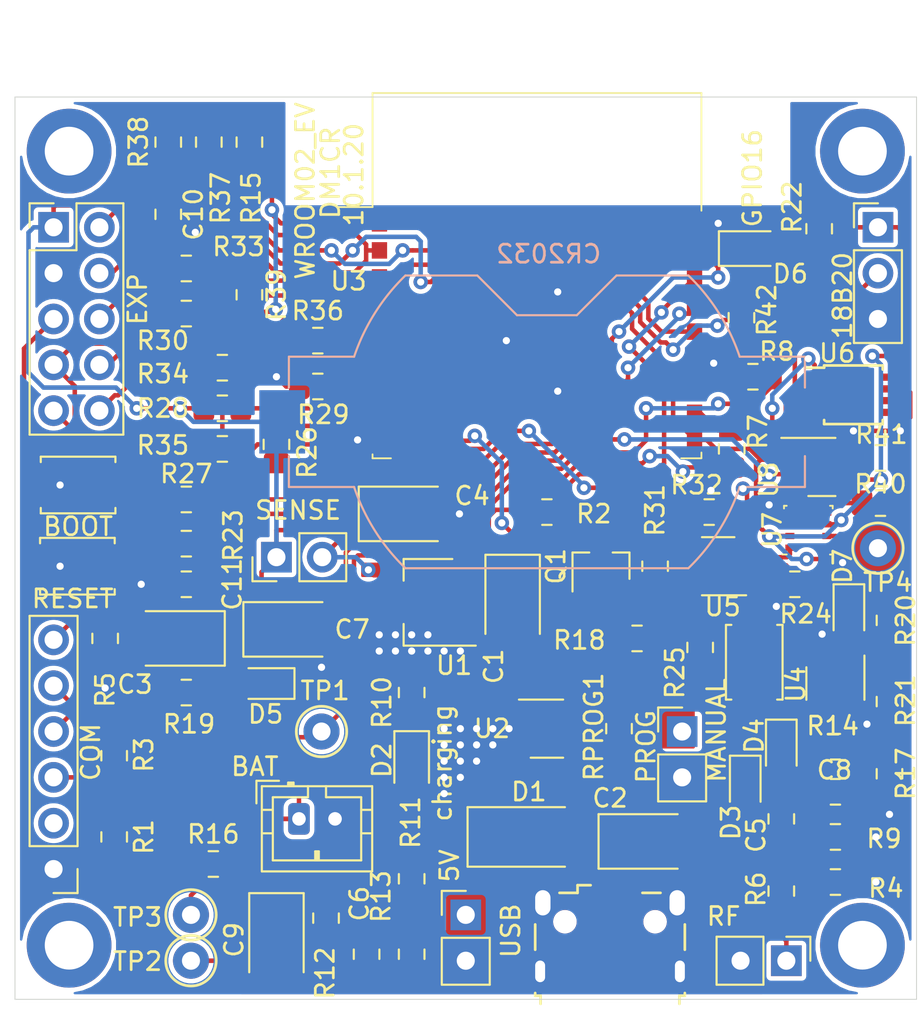
<source format=kicad_pcb>
(kicad_pcb (version 20171130) (host pcbnew "(5.1.4)-1")
  (layers (0 F.Cu signal) (31 B.Cu signal) (34 B.Paste user hide) (35 F.Paste user hide) (36 B.SilkS user) (37 F.SilkS user) (38 B.Mask user) (39 F.Mask user) (44 Edge.Cuts user))
  (net 0 "")
  (net 1 /VI)
  (net 2 GND)
  (net 3 /VCC5)
  (net 4 /DTR)
  (net 5 /RST)
  (net 6 /VO)
  (net 7 "Net-(C5-Pad2)")
  (net 8 "Net-(C5-Pad1)")
  (net 9 /VCC3)
  (net 10 /ADC)
  (net 11 "Net-(C8-Pad1)")
  (net 12 /EN)
  (net 13 /VBAT1)
  (net 14 /VDDUSB)
  (net 15 "Net-(D2-Pad1)")
  (net 16 "Net-(D2-Pad2)")
  (net 17 /VBAT3)
  (net 18 "Net-(D6-Pad2)")
  (net 19 "Net-(D7-Pad1)")
  (net 20 "Net-(D7-Pad2)")
  (net 21 /IO14)
  (net 22 /VBAT2)
  (net 23 /CTS)
  (net 24 /V+)
  (net 25 /TXO)
  (net 26 /RXI)
  (net 27 /IO5_SCL)
  (net 28 /IO4_SDA)
  (net 29 /ST15)
  (net 30 /IO12)
  (net 31 /ST14)
  (net 32 /ST13)
  (net 33 /ST2)
  (net 34 /PROG)
  (net 35 /RF)
  (net 36 "Net-(J_USB1-Pad2)")
  (net 37 "Net-(J_USB1-Pad3)")
  (net 38 "Net-(J_USB1-Pad4)")
  (net 39 "Net-(Q1-Pad1)")
  (net 40 "Net-(Q1-Pad3)")
  (net 41 "Net-(R14-Pad1)")
  (net 42 /GPIO0)
  (net 43 /IO16)
  (net 44 /IO2)
  (net 45 /IO15)
  (net 46 /DONE)
  (net 47 /IO13)
  (net 48 "Net-(R40-Pad1)")
  (net 49 "Net-(R41-Pad1)")
  (net 50 /IO3_RXD)
  (net 51 /IO1_TXD)
  (net 52 "Net-(R20-Pad2)")
  (net 53 "Net-(R25-Pad2)")
  (net 54 "Net-(R26-Pad1)")
  (net 55 "Net-(R42-Pad1)")
  (net 56 "Net-(R23-Pad1)")
  (module Resistor_SMD:R_0805_2012Metric_Pad1.15x1.40mm_HandSolder (layer F.Cu) (at 134 52.5 270)
    (fp_text reference R15 (at 3.1 -0.1 90) (layer F.SilkS))
    (fp_text value 12k)
    (pad 2 smd roundrect (at 1.025 0 270) (size 1.15 1.4) (layers F.Cu F.Paste F.Mask) (roundrect_rratio 0.217391) (net 12 /EN))
    (pad 1 smd roundrect (at -1.025 0 270) (size 1.15 1.4) (layers F.Cu F.Paste F.Mask) (roundrect_rratio 0.217391) (net 9 /VCC3))
  )
  (module Resistor_SMD:R_0805_2012Metric_Pad1.15x1.40mm_HandSolder (layer F.Cu) (at 164.25 77 180)
    (fp_text reference R24 (at -0.6 -1.65) (layer F.SilkS))
    (fp_text value 20k)
    (pad 1 smd roundrect (at -1.025 0 180) (size 1.15 1.4) (layers F.Cu F.Paste F.Mask) (roundrect_rratio 0.217391) (net 19 "Net-(D7-Pad1)"))
    (pad 2 smd roundrect (at 1.025 0 180) (size 1.15 1.4) (layers F.Cu F.Paste F.Mask) (roundrect_rratio 0.217391) (net 2 GND))
  )
  (module Resistor_SMD:R_0805_2012Metric_Pad1.15x1.40mm_HandSolder (layer F.Cu) (at 134 60.96 270)
    (fp_text reference R39 (at 0 -1.5 90) (layer F.SilkS))
    (fp_text value 4k7)
    (pad 1 smd roundrect (at -1.025 0 270) (size 1.15 1.4) (layers F.Cu F.Paste F.Mask) (roundrect_rratio 0.217391) (net 21 /IO14))
    (pad 2 smd roundrect (at 1.025 0 270) (size 1.15 1.4) (layers F.Cu F.Paste F.Mask) (roundrect_rratio 0.217391) (net 9 /VCC3))
  )
  (module MountingHole:MountingHole_2.7mm_M2.5_DIN965_Pad (layer F.Cu) (at 124 97)
    (fp_text reference REF** hide)
    (fp_text value MountingHole_2.7mm_M2.5_DIN965_Pad)
    (pad 1 thru_hole circle (at 0 0) (size 4.7 4.7) (drill 2.7) (layers *.Cu *.Mask))
  )
  (module MountingHole:MountingHole_2.7mm_M2.5_DIN965_Pad (layer F.Cu) (at 168 53)
    (fp_text reference REF** hide)
    (fp_text value MountingHole_2.7mm_M2.5_DIN965_Pad)
    (pad 1 thru_hole circle (at 0 0) (size 4.7 4.7) (drill 2.7) (layers *.Cu *.Mask))
  )
  (module MountingHole:MountingHole_2.7mm_M2.5_DIN965_Pad (layer F.Cu) (at 124 53)
    (fp_text reference REF** hide)
    (fp_text value MountingHole_2.7mm_M2.5_DIN965_Pad)
    (pad 1 thru_hole circle (at 0 0) (size 4.7 4.7) (drill 2.7) (layers *.Cu *.Mask))
  )
  (module Battery:BatteryHolder_Keystone_1058_1x2032 (layer B.Cu) (at 150.5 68)
    (fp_text reference J_COIN1 hide)
    (fp_text value Conn_01x02)
    (pad 2 smd rect (at 14.68 0) (size 2.54 3.51) (layers B.Cu B.Paste B.Mask) (net 2 GND))
    (pad 1 smd rect (at -14.68 0) (size 2.54 3.51) (layers B.Cu B.Paste B.Mask) (net 9 /VCC3))
  )
  (module Connector_JST:JST_PH_B2B-PH-K_1x02_P2.00mm_Vertical (layer F.Cu) (at 136.75 90)
    (fp_text reference J_BAT1 hide)
    (fp_text value Conn_01x02)
    (pad 2 thru_hole oval (at 2 0) (size 1.2 1.75) (drill 0.75) (layers *.Cu *.Mask) (net 2 GND))
    (pad 1 thru_hole roundrect (at 0 0) (size 1.2 1.75) (drill 0.75) (layers *.Cu *.Mask) (roundrect_rratio 0.208333) (net 22 /VBAT2))
  )
  (module MountingHole:MountingHole_2.7mm_M2.5_DIN965_Pad (layer F.Cu) (at 168 97)
    (fp_text reference REF** hide)
    (fp_text value MountingHole_2.7mm_M2.5_DIN965_Pad)
    (pad 1 thru_hole circle (at 0 0) (size 4.7 4.7) (drill 2.7) (layers *.Cu *.Mask))
  )
  (module Capacitor_Tantalum_SMD:CP_EIA-3528-21_Kemet-B_Pad1.50x2.35mm_HandSolder (layer F.Cu) (at 148.6 78 270)
    (fp_text reference C1 (at 3.55 1.05 90) (layer F.SilkS))
    (fp_text value 1µ)
    (pad 1 smd roundrect (at -1.625 0 270) (size 1.5 2.35) (layers F.Cu F.Paste F.Mask) (roundrect_rratio 0.166667) (net 1 /VI))
    (pad 2 smd roundrect (at 1.625 0 270) (size 1.5 2.35) (layers F.Cu F.Paste F.Mask) (roundrect_rratio 0.166667) (net 2 GND))
  )
  (module Capacitor_Tantalum_SMD:CP_EIA-3528-21_Kemet-B_Pad1.50x2.35mm_HandSolder (layer F.Cu) (at 156 91.25)
    (fp_text reference C2 (at -2 -2.4) (layer F.SilkS))
    (fp_text value 4µ7)
    (pad 1 smd roundrect (at -1.625 0) (size 1.5 2.35) (layers F.Cu F.Paste F.Mask) (roundrect_rratio 0.166667) (net 3 /VCC5))
    (pad 2 smd roundrect (at 1.625 0) (size 1.5 2.35) (layers F.Cu F.Paste F.Mask) (roundrect_rratio 0.166667) (net 2 GND))
  )
  (module Capacitor_Tantalum_SMD:CP_EIA-3528-21_Kemet-B_Pad1.50x2.35mm_HandSolder (layer F.Cu) (at 130 80 180)
    (fp_text reference C3 (at 2.35 -2.55) (layer F.SilkS))
    (fp_text value 2µ2)
    (pad 2 smd roundrect (at 1.625 0 180) (size 1.5 2.35) (layers F.Cu F.Paste F.Mask) (roundrect_rratio 0.166667) (net 4 /DTR))
    (pad 1 smd roundrect (at -1.625 0 180) (size 1.5 2.35) (layers F.Cu F.Paste F.Mask) (roundrect_rratio 0.166667) (net 5 /RST))
  )
  (module Capacitor_Tantalum_SMD:CP_EIA-3528-21_Kemet-B_Pad1.50x2.35mm_HandSolder (layer F.Cu) (at 142.7 73.1)
    (fp_text reference C4 (at 3.65 -1) (layer F.SilkS))
    (fp_text value 2µ2)
    (pad 2 smd roundrect (at 1.625 0) (size 1.5 2.35) (layers F.Cu F.Paste F.Mask) (roundrect_rratio 0.166667) (net 2 GND))
    (pad 1 smd roundrect (at -1.625 0) (size 1.5 2.35) (layers F.Cu F.Paste F.Mask) (roundrect_rratio 0.166667) (net 6 /VO))
  )
  (module Capacitor_SMD:C_0805_2012Metric_Pad1.15x1.40mm_HandSolder (layer F.Cu) (at 163.5 90 270)
    (fp_text reference C5 (at 0.9 1.4 90) (layer F.SilkS))
    (fp_text value 1n)
    (pad 2 smd roundrect (at 1.025 0 270) (size 1.15 1.4) (layers F.Cu F.Paste F.Mask) (roundrect_rratio 0.217391) (net 7 "Net-(C5-Pad2)"))
    (pad 1 smd roundrect (at -1.025 0 270) (size 1.15 1.4) (layers F.Cu F.Paste F.Mask) (roundrect_rratio 0.217391) (net 8 "Net-(C5-Pad1)"))
  )
  (module Capacitor_Tantalum_SMD:CP_EIA-3528-21_Kemet-B_Pad1.50x2.35mm_HandSolder (layer F.Cu) (at 136.3 79.5)
    (fp_text reference C7 (at 3.4 0) (layer F.SilkS))
    (fp_text value 100µ)
    (pad 2 smd roundrect (at 1.625 0) (size 1.5 2.35) (layers F.Cu F.Paste F.Mask) (roundrect_rratio 0.166667) (net 2 GND))
    (pad 1 smd roundrect (at -1.625 0) (size 1.5 2.35) (layers F.Cu F.Paste F.Mask) (roundrect_rratio 0.166667) (net 9 /VCC3))
  )
  (module Capacitor_SMD:C_0805_2012Metric_Pad1.15x1.40mm_HandSolder (layer F.Cu) (at 140.5 97.5 270)
    (fp_text reference C6 (at -2.8 0.4 90) (layer F.SilkS))
    (fp_text value 1n)
    (pad 1 smd roundrect (at -1.025 0 270) (size 1.15 1.4) (layers F.Cu F.Paste F.Mask) (roundrect_rratio 0.217391) (net 10 /ADC))
    (pad 2 smd roundrect (at 1.025 0 270) (size 1.15 1.4) (layers F.Cu F.Paste F.Mask) (roundrect_rratio 0.217391) (net 2 GND))
  )
  (module Capacitor_SMD:C_0805_2012Metric_Pad1.15x1.40mm_HandSolder (layer F.Cu) (at 166.5 88.5)
    (fp_text reference C8 (at -0.05 -1.2) (layer F.SilkS))
    (fp_text value 100n)
    (pad 1 smd roundrect (at -1.025 0) (size 1.15 1.4) (layers F.Cu F.Paste F.Mask) (roundrect_rratio 0.217391) (net 11 "Net-(C8-Pad1)"))
    (pad 2 smd roundrect (at 1.025 0) (size 1.15 1.4) (layers F.Cu F.Paste F.Mask) (roundrect_rratio 0.217391) (net 2 GND))
  )
  (module Capacitor_SMD:C_0805_2012Metric_Pad1.15x1.40mm_HandSolder (layer F.Cu) (at 129.5 56.5 270)
    (fp_text reference C10 (at 0 -1.4 90) (layer F.SilkS))
    (fp_text value 100n)
    (pad 1 smd roundrect (at -1.025 0 270) (size 1.15 1.4) (layers F.Cu F.Paste F.Mask) (roundrect_rratio 0.217391) (net 12 /EN))
    (pad 2 smd roundrect (at 1.025 0 270) (size 1.15 1.4) (layers F.Cu F.Paste F.Mask) (roundrect_rratio 0.217391) (net 2 GND))
  )
  (module Capacitor_Tantalum_SMD:CP_EIA-3528-21_Kemet-B_Pad1.50x2.35mm_HandSolder (layer F.Cu) (at 135.5 96.75 270)
    (fp_text reference C9 (at -0.05 2.35 90) (layer F.SilkS))
    (fp_text value 4µ7)
    (pad 1 smd roundrect (at -1.625 0 270) (size 1.5 2.35) (layers F.Cu F.Paste F.Mask) (roundrect_rratio 0.166667) (net 13 /VBAT1))
    (pad 2 smd roundrect (at 1.625 0 270) (size 1.5 2.35) (layers F.Cu F.Paste F.Mask) (roundrect_rratio 0.166667) (net 2 GND))
  )
  (module Capacitor_SMD:C_0805_2012Metric_Pad1.15x1.40mm_HandSolder (layer F.Cu) (at 130.5 77)
    (fp_text reference C11 (at 2.55 0 90) (layer F.SilkS))
    (fp_text value 100n)
    (pad 2 smd roundrect (at 1.025 0) (size 1.15 1.4) (layers F.Cu F.Paste F.Mask) (roundrect_rratio 0.217391) (net 5 /RST))
    (pad 1 smd roundrect (at -1.025 0) (size 1.15 1.4) (layers F.Cu F.Paste F.Mask) (roundrect_rratio 0.217391) (net 2 GND))
  )
  (module Diode_SMD:D_SMA (layer F.Cu) (at 149.5 91)
    (fp_text reference D1 (at 0 -2.5) (layer F.SilkS))
    (fp_text value B120-E3)
    (pad 1 smd rect (at -2 0) (size 2.5 1.8) (layers F.Cu F.Paste F.Mask) (net 3 /VCC5))
    (pad 2 smd rect (at 2 0) (size 2.5 1.8) (layers F.Cu F.Paste F.Mask) (net 14 /VDDUSB))
  )
  (module LED_SMD:LED_0805_2012Metric_Pad1.15x1.40mm_HandSolder (layer F.Cu) (at 143 87 270)
    (fp_text reference D2 (at -0.25 1.65 90) (layer F.SilkS))
    (fp_text value "LED RED")
    (pad 1 smd roundrect (at -1.025 0 270) (size 1.15 1.4) (layers F.Cu F.Paste F.Mask) (roundrect_rratio 0.217391) (net 15 "Net-(D2-Pad1)"))
    (pad 2 smd roundrect (at 1.025 0 270) (size 1.15 1.4) (layers F.Cu F.Paste F.Mask) (roundrect_rratio 0.217391) (net 16 "Net-(D2-Pad2)"))
  )
  (module Diode_SMD:D_SOD-323 (layer F.Cu) (at 161.5 88 270)
    (fp_text reference D3 (at 2.2 0.8 90) (layer F.SilkS))
    (fp_text value 1N4148WS)
    (pad 1 smd rect (at -1.05 0 270) (size 0.6 0.45) (layers F.Cu F.Paste F.Mask) (net 11 "Net-(C8-Pad1)"))
    (pad 2 smd rect (at 1.05 0 270) (size 0.6 0.45) (layers F.Cu F.Paste F.Mask) (net 8 "Net-(C5-Pad1)"))
  )
  (module Diode_SMD:D_SOD-323 (layer F.Cu) (at 163.5 86 270)
    (fp_text reference D4 (at -0.6 1.5 90) (layer F.SilkS))
    (fp_text value 1N4148WS)
    (pad 2 smd rect (at 1.05 0 270) (size 0.6 0.45) (layers F.Cu F.Paste F.Mask) (net 11 "Net-(C8-Pad1)"))
    (pad 1 smd rect (at -1.05 0 270) (size 0.6 0.45) (layers F.Cu F.Paste F.Mask) (net 17 /VBAT3))
  )
  (module Diode_SMD:D_SOD-323 (layer F.Cu) (at 135 82.5 180)
    (fp_text reference D5 (at 0.1 -1.7) (layer F.SilkS))
    (fp_text value 1N4148WS)
    (pad 2 smd rect (at 1.05 0 180) (size 0.6 0.45) (layers F.Cu F.Paste F.Mask) (net 5 /RST))
    (pad 1 smd rect (at -1.05 0 180) (size 0.6 0.45) (layers F.Cu F.Paste F.Mask) (net 9 /VCC3))
  )
  (module LED_SMD:LED_0805_2012Metric_Pad1.15x1.40mm_HandSolder (layer F.Cu) (at 161.9 58.4)
    (fp_text reference D6 (at 2.1 1.4) (layer F.SilkS))
    (fp_text value "LED BLUE")
    (pad 2 smd roundrect (at 1.025 0) (size 1.15 1.4) (layers F.Cu F.Paste F.Mask) (roundrect_rratio 0.217391) (net 18 "Net-(D6-Pad2)"))
    (pad 1 smd roundrect (at -1.025 0) (size 1.15 1.4) (layers F.Cu F.Paste F.Mask) (roundrect_rratio 0.217391) (net 43 /IO16))
  )
  (module Diode_SMD:D_SOD-323 (layer F.Cu) (at 167.25 78.5 270)
    (fp_text reference D7 (at -2.5 0.35 90) (layer F.SilkS))
    (fp_text value 1N4148WS)
    (pad 1 smd rect (at -1.05 0 270) (size 0.6 0.45) (layers F.Cu F.Paste F.Mask) (net 19 "Net-(D7-Pad1)"))
    (pad 2 smd rect (at 1.05 0 270) (size 0.6 0.45) (layers F.Cu F.Paste F.Mask) (net 20 "Net-(D7-Pad2)"))
  )
  (module Connector_PinHeader_2.54mm:PinHeader_1x03_P2.54mm_Vertical (layer F.Cu) (at 168.86 57.22)
    (fp_text reference J_18B1 hide)
    (fp_text value Conn_01x03)
    (pad 1 thru_hole rect (at 0 0) (size 1.7 1.7) (drill 1) (layers *.Cu *.Mask) (net 9 /VCC3))
    (pad 2 thru_hole oval (at 0 2.54) (size 1.7 1.7) (drill 1) (layers *.Cu *.Mask) (net 21 /IO14))
    (pad 3 thru_hole oval (at 0 5.08) (size 1.7 1.7) (drill 1) (layers *.Cu *.Mask) (net 2 GND))
  )
  (module Connector_PinHeader_2.54mm:PinHeader_1x02_P2.54mm_Vertical (layer F.Cu) (at 146 95.32)
    (fp_text reference J_5V1 hide)
    (fp_text value Conn_01x02)
    (pad 1 thru_hole rect (at 0 0) (size 1.7 1.7) (drill 1) (layers *.Cu *.Mask) (net 3 /VCC5))
    (pad 2 thru_hole oval (at 0 2.54) (size 1.7 1.7) (drill 1) (layers *.Cu *.Mask) (net 2 GND))
  )
  (module Connector_PinHeader_2.54mm:PinHeader_1x06_P2.54mm_Vertical (layer F.Cu) (at 123.14 92.78 180)
    (fp_text reference J_COM1 hide)
    (fp_text value Conn_01x06)
    (pad 1 thru_hole rect (at 0 0 180) (size 1.7 1.7) (drill 1) (layers *.Cu *.Mask) (net 2 GND))
    (pad 2 thru_hole oval (at 0 2.54 180) (size 1.7 1.7) (drill 1) (layers *.Cu *.Mask) (net 23 /CTS))
    (pad 3 thru_hole oval (at 0 5.08 180) (size 1.7 1.7) (drill 1) (layers *.Cu *.Mask) (net 24 /V+))
    (pad 4 thru_hole oval (at 0 7.62 180) (size 1.7 1.7) (drill 1) (layers *.Cu *.Mask) (net 25 /TXO))
    (pad 5 thru_hole oval (at 0 10.16 180) (size 1.7 1.7) (drill 1) (layers *.Cu *.Mask) (net 26 /RXI))
    (pad 6 thru_hole oval (at 0 12.7 180) (size 1.7 1.7) (drill 1) (layers *.Cu *.Mask) (net 4 /DTR))
  )
  (module Connector_PinHeader_2.54mm:PinHeader_2x05_P2.54mm_Vertical (layer F.Cu) (at 123.14 57.22)
    (fp_text reference J_EXP1 hide)
    (fp_text value Conn_02x05_Odd_Even)
    (pad 1 thru_hole rect (at 0 0) (size 1.7 1.7) (drill 1) (layers *.Cu *.Mask) (net 9 /VCC3))
    (pad 2 thru_hole oval (at 2.54 0) (size 1.7 1.7) (drill 1) (layers *.Cu *.Mask) (net 27 /IO5_SCL))
    (pad 3 thru_hole oval (at 0 2.54) (size 1.7 1.7) (drill 1) (layers *.Cu *.Mask) (net 2 GND))
    (pad 4 thru_hole oval (at 2.54 2.54) (size 1.7 1.7) (drill 1) (layers *.Cu *.Mask) (net 28 /IO4_SDA))
    (pad 5 thru_hole oval (at 0 5.08) (size 1.7 1.7) (drill 1) (layers *.Cu *.Mask) (net 5 /RST))
    (pad 6 thru_hole oval (at 2.54 5.08) (size 1.7 1.7) (drill 1) (layers *.Cu *.Mask) (net 31 /ST14))
    (pad 7 thru_hole oval (at 0 7.62) (size 1.7 1.7) (drill 1) (layers *.Cu *.Mask) (net 30 /IO12))
    (pad 8 thru_hole oval (at 2.54 7.62) (size 1.7 1.7) (drill 1) (layers *.Cu *.Mask) (net 29 /ST15))
    (pad 9 thru_hole oval (at 0 10.16) (size 1.7 1.7) (drill 1) (layers *.Cu *.Mask) (net 32 /ST13))
    (pad 10 thru_hole oval (at 2.54 10.16) (size 1.7 1.7) (drill 1) (layers *.Cu *.Mask) (net 33 /ST2))
  )
  (module Connector_PinHeader_2.54mm:PinHeader_1x02_P2.54mm_Vertical (layer F.Cu) (at 158 85.16)
    (fp_text reference J_PROG1 hide)
    (fp_text value Conn_01x02)
    (pad 2 thru_hole oval (at 0 2.54) (size 1.7 1.7) (drill 1) (layers *.Cu *.Mask) (net 2 GND))
    (pad 1 thru_hole rect (at 0 0) (size 1.7 1.7) (drill 1) (layers *.Cu *.Mask) (net 34 /PROG))
  )
  (module Connector_PinHeader_2.54mm:PinHeader_1x02_P2.54mm_Vertical (layer F.Cu) (at 163.78 97.86 270)
    (fp_text reference J_RF1 hide)
    (fp_text value Conn_01x02)
    (pad 1 thru_hole rect (at 0 0 270) (size 1.7 1.7) (drill 1) (layers *.Cu *.Mask) (net 35 /RF))
    (pad 2 thru_hole oval (at 0 2.54 270) (size 1.7 1.7) (drill 1) (layers *.Cu *.Mask) (net 2 GND))
  )
  (module Connector_PinHeader_2.54mm:PinHeader_1x02_P2.54mm_Vertical (layer F.Cu) (at 135.5 75.5 90)
    (fp_text reference J_SENSE1 hide)
    (fp_text value Conn_01x02)
    (pad 1 thru_hole rect (at 0 0 90) (size 1.7 1.7) (drill 1) (layers *.Cu *.Mask) (net 9 /VCC3))
    (pad 2 thru_hole oval (at 0 2.54 90) (size 1.7 1.7) (drill 1) (layers *.Cu *.Mask) (net 6 /VO))
  )
  (module Connector_USB:USB_Micro-B_Wuerth_629105150521 (layer F.Cu) (at 154 96.5)
    (fp_text reference J_USB1 hide)
    (fp_text value USB_B_Micro)
    (pad 1 smd rect (at -1.3 -1.9) (size 0.45 1.3) (layers F.Cu F.Paste F.Mask) (net 14 /VDDUSB))
    (pad 2 smd rect (at -0.65 -1.9) (size 0.45 1.3) (layers F.Cu F.Paste F.Mask) (net 36 "Net-(J_USB1-Pad2)"))
    (pad 3 smd rect (at 0 -1.9) (size 0.45 1.3) (layers F.Cu F.Paste F.Mask) (net 37 "Net-(J_USB1-Pad3)"))
    (pad 4 smd rect (at 0.65 -1.9) (size 0.45 1.3) (layers F.Cu F.Paste F.Mask) (net 38 "Net-(J_USB1-Pad4)"))
    (pad 5 smd rect (at 1.3 -1.9) (size 0.45 1.3) (layers F.Cu F.Paste F.Mask) (net 2 GND))
    (pad 6 thru_hole oval (at -3.725 -1.85) (size 1.45 2) (drill oval 0.85 1.4) (layers *.Cu *.Mask) (net 2 GND))
    (pad 6 thru_hole oval (at 3.725 -1.85) (size 1.45 2) (drill oval 0.85 1.4) (layers *.Cu *.Mask) (net 2 GND))
    (pad 6 thru_hole oval (at -3.875 1.95) (size 1.15 1.8) (drill oval 0.55 1.2) (layers *.Cu *.Mask) (net 2 GND))
    (pad 6 thru_hole oval (at 3.875 1.95) (size 1.15 1.8) (drill oval 0.55 1.2) (layers *.Cu *.Mask) (net 2 GND))
    (pad "" np_thru_hole oval (at -2.5 -0.8) (size 0.8 0.8) (drill 0.8) (layers *.Cu *.Mask))
    (pad "" np_thru_hole oval (at 2.5 -0.8) (size 0.8 0.8) (drill 0.8) (layers *.Cu *.Mask))
  )
  (module Package_TO_SOT_SMD:SOT-23 (layer F.Cu) (at 153.5 76 90)
    (fp_text reference Q1 (at 0 -2.5 90) (layer F.SilkS))
    (fp_text value NTR2101P)
    (pad 1 smd rect (at -1 -0.95 90) (size 0.9 0.8) (layers F.Cu F.Paste F.Mask) (net 39 "Net-(Q1-Pad1)"))
    (pad 2 smd rect (at -1 0.95 90) (size 0.9 0.8) (layers F.Cu F.Paste F.Mask) (net 17 /VBAT3))
    (pad 3 smd rect (at 1 0 90) (size 0.9 0.8) (layers F.Cu F.Paste F.Mask) (net 40 "Net-(Q1-Pad3)"))
  )
  (module Resistor_SMD:R_0805_2012Metric_Pad1.15x1.40mm_HandSolder (layer F.Cu) (at 126.5 91 270)
    (fp_text reference R1 (at 0 -1.65 90) (layer F.SilkS))
    (fp_text value 0R)
    (pad 1 smd roundrect (at -1.025 0 270) (size 1.15 1.4) (layers F.Cu F.Paste F.Mask) (roundrect_rratio 0.217391) (net 24 /V+))
    (pad 2 smd roundrect (at 1.025 0 270) (size 1.15 1.4) (layers F.Cu F.Paste F.Mask) (roundrect_rratio 0.217391) (net 3 /VCC5))
  )
  (module Resistor_SMD:R_0805_2012Metric_Pad1.15x1.40mm_HandSolder (layer F.Cu) (at 150.5 73)
    (fp_text reference R2 (at 2.6 0.1) (layer F.SilkS))
    (fp_text value 0R)
    (pad 2 smd roundrect (at 1.025 0) (size 1.15 1.4) (layers F.Cu F.Paste F.Mask) (roundrect_rratio 0.217391) (net 40 "Net-(Q1-Pad3)"))
    (pad 1 smd roundrect (at -1.025 0) (size 1.15 1.4) (layers F.Cu F.Paste F.Mask) (roundrect_rratio 0.217391) (net 1 /VI))
  )
  (module Resistor_SMD:R_0805_2012Metric_Pad1.15x1.40mm_HandSolder (layer F.Cu) (at 126.5 86.5 90)
    (fp_text reference R3 (at 0.05 1.65 90) (layer F.SilkS))
    (fp_text value DNP)
    (pad 1 smd roundrect (at -1.025 0 90) (size 1.15 1.4) (layers F.Cu F.Paste F.Mask) (roundrect_rratio 0.217391) (net 24 /V+))
    (pad 2 smd roundrect (at 1.025 0 90) (size 1.15 1.4) (layers F.Cu F.Paste F.Mask) (roundrect_rratio 0.217391) (net 1 /VI))
  )
  (module Resistor_SMD:R_0805_2012Metric_Pad1.15x1.40mm_HandSolder (layer F.Cu) (at 166.5 93.5)
    (fp_text reference R4 (at 2.8 0.35) (layer F.SilkS))
    (fp_text value DNP)
    (pad 2 smd roundrect (at 1.025 0) (size 1.15 1.4) (layers F.Cu F.Paste F.Mask) (roundrect_rratio 0.217391) (net 2 GND))
    (pad 1 smd roundrect (at -1.025 0) (size 1.15 1.4) (layers F.Cu F.Paste F.Mask) (roundrect_rratio 0.217391) (net 35 /RF))
  )
  (module Resistor_SMD:R_0805_2012Metric_Pad1.15x1.40mm_HandSolder (layer F.Cu) (at 126 80 90)
    (fp_text reference R5 (at -2.85 0 90) (layer F.SilkS))
    (fp_text value 680R)
    (pad 1 smd roundrect (at -1.025 0 90) (size 1.15 1.4) (layers F.Cu F.Paste F.Mask) (roundrect_rratio 0.217391) (net 2 GND))
    (pad 2 smd roundrect (at 1.025 0 90) (size 1.15 1.4) (layers F.Cu F.Paste F.Mask) (roundrect_rratio 0.217391) (net 4 /DTR))
  )
  (module Resistor_SMD:R_0805_2012Metric_Pad1.15x1.40mm_HandSolder (layer F.Cu) (at 163.5 94 270)
    (fp_text reference R6 (at -0.1 1.4 90) (layer F.SilkS))
    (fp_text value 1M)
    (pad 2 smd roundrect (at 1.025 0 270) (size 1.15 1.4) (layers F.Cu F.Paste F.Mask) (roundrect_rratio 0.217391) (net 35 /RF))
    (pad 1 smd roundrect (at -1.025 0 270) (size 1.15 1.4) (layers F.Cu F.Paste F.Mask) (roundrect_rratio 0.217391) (net 7 "Net-(C5-Pad2)"))
  )
  (module Resistor_SMD:R_0805_2012Metric_Pad1.15x1.40mm_HandSolder (layer F.Cu) (at 160.75 69.5 270)
    (fp_text reference R7 (at -0.95 -1.45 90) (layer F.SilkS))
    (fp_text value 470R)
    (pad 1 smd roundrect (at -1.025 0 270) (size 1.15 1.4) (layers F.Cu F.Paste F.Mask) (roundrect_rratio 0.217391) (net 50 /IO3_RXD))
    (pad 2 smd roundrect (at 1.025 0 270) (size 1.15 1.4) (layers F.Cu F.Paste F.Mask) (roundrect_rratio 0.217391) (net 25 /TXO))
  )
  (module Resistor_SMD:R_0805_2012Metric_Pad1.15x1.40mm_HandSolder (layer F.Cu) (at 161.925 65.5)
    (fp_text reference R8 (at 1.325 -1.4) (layer F.SilkS))
    (fp_text value 470R)
    (pad 2 smd roundrect (at 1.025 0) (size 1.15 1.4) (layers F.Cu F.Paste F.Mask) (roundrect_rratio 0.217391) (net 26 /RXI))
    (pad 1 smd roundrect (at -1.025 0) (size 1.15 1.4) (layers F.Cu F.Paste F.Mask) (roundrect_rratio 0.217391) (net 51 /IO1_TXD))
  )
  (module Resistor_SMD:R_0805_2012Metric_Pad1.15x1.40mm_HandSolder (layer F.Cu) (at 166.5 91)
    (fp_text reference R9 (at 2.7 0.1) (layer F.SilkS))
    (fp_text value 100k)
    (pad 2 smd roundrect (at 1.025 0) (size 1.15 1.4) (layers F.Cu F.Paste F.Mask) (roundrect_rratio 0.217391) (net 2 GND))
    (pad 1 smd roundrect (at -1.025 0) (size 1.15 1.4) (layers F.Cu F.Paste F.Mask) (roundrect_rratio 0.217391) (net 7 "Net-(C5-Pad2)"))
  )
  (module Resistor_SMD:R_0805_2012Metric_Pad1.15x1.40mm_HandSolder (layer F.Cu) (at 143 93.32 90)
    (fp_text reference R11 (at 3.12 -0.05 90) (layer F.SilkS))
    (fp_text value 1k)
    (pad 1 smd roundrect (at -1.025 0 90) (size 1.15 1.4) (layers F.Cu F.Paste F.Mask) (roundrect_rratio 0.217391) (net 13 /VBAT1))
    (pad 2 smd roundrect (at 1.025 0 90) (size 1.15 1.4) (layers F.Cu F.Paste F.Mask) (roundrect_rratio 0.217391) (net 16 "Net-(D2-Pad2)"))
  )
  (module Resistor_SMD:R_0805_2012Metric_Pad1.15x1.40mm_HandSolder (layer F.Cu) (at 138.25 95.5 270)
    (fp_text reference R12 (at 3.05 0.05 90) (layer F.SilkS))
    (fp_text value 470k)
    (pad 1 smd roundrect (at -1.025 0 270) (size 1.15 1.4) (layers F.Cu F.Paste F.Mask) (roundrect_rratio 0.217391) (net 13 /VBAT1))
    (pad 2 smd roundrect (at 1.025 0 270) (size 1.15 1.4) (layers F.Cu F.Paste F.Mask) (roundrect_rratio 0.217391) (net 10 /ADC))
  )
  (module Resistor_SMD:R_0805_2012Metric_Pad1.15x1.40mm_HandSolder (layer F.Cu) (at 143 97.5 270)
    (fp_text reference R13 (at -3.2 1.7 90) (layer F.SilkS))
    (fp_text value 470k)
    (pad 2 smd roundrect (at 1.025 0 270) (size 1.15 1.4) (layers F.Cu F.Paste F.Mask) (roundrect_rratio 0.217391) (net 2 GND))
    (pad 1 smd roundrect (at -1.025 0 270) (size 1.15 1.4) (layers F.Cu F.Paste F.Mask) (roundrect_rratio 0.217391) (net 10 /ADC))
  )
  (module Resistor_SMD:R_0805_2012Metric_Pad1.15x1.40mm_HandSolder (layer F.Cu) (at 166.5 86 180)
    (fp_text reference R14 (at 0.15 1.15) (layer F.SilkS))
    (fp_text value 220k)
    (pad 2 smd roundrect (at 1.025 0 180) (size 1.15 1.4) (layers F.Cu F.Paste F.Mask) (roundrect_rratio 0.217391) (net 11 "Net-(C8-Pad1)"))
    (pad 1 smd roundrect (at -1.025 0 180) (size 1.15 1.4) (layers F.Cu F.Paste F.Mask) (roundrect_rratio 0.217391) (net 41 "Net-(R14-Pad1)"))
  )
  (module Resistor_SMD:R_0805_2012Metric_Pad1.15x1.40mm_HandSolder (layer F.Cu) (at 132 92.5)
    (fp_text reference R16 (at 0 -1.65) (layer F.SilkS))
    (fp_text value 0R)
    (pad 2 smd roundrect (at 1.025 0) (size 1.15 1.4) (layers F.Cu F.Paste F.Mask) (roundrect_rratio 0.217391) (net 13 /VBAT1))
    (pad 1 smd roundrect (at -1.025 0) (size 1.15 1.4) (layers F.Cu F.Paste F.Mask) (roundrect_rratio 0.217391) (net 22 /VBAT2))
  )
  (module Resistor_SMD:R_0805_2012Metric_Pad1.15x1.40mm_HandSolder (layer F.Cu) (at 169.5 87.5 270)
    (fp_text reference R17 (at 0 -0.9 90) (layer F.SilkS))
    (fp_text value 2M2)
    (pad 1 smd roundrect (at -1.025 0 270) (size 1.15 1.4) (layers F.Cu F.Paste F.Mask) (roundrect_rratio 0.217391) (net 41 "Net-(R14-Pad1)"))
    (pad 2 smd roundrect (at 1.025 0 270) (size 1.15 1.4) (layers F.Cu F.Paste F.Mask) (roundrect_rratio 0.217391) (net 2 GND))
  )
  (module Resistor_SMD:R_0805_2012Metric_Pad1.15x1.40mm_HandSolder (layer F.Cu) (at 155.5 80 180)
    (fp_text reference R18 (at 3.2 -0.1) (layer F.SilkS))
    (fp_text value 0R)
    (pad 1 smd roundrect (at -1.025 0 180) (size 1.15 1.4) (layers F.Cu F.Paste F.Mask) (roundrect_rratio 0.217391) (net 17 /VBAT3))
    (pad 2 smd roundrect (at 1.025 0 180) (size 1.15 1.4) (layers F.Cu F.Paste F.Mask) (roundrect_rratio 0.217391) (net 22 /VBAT2))
  )
  (module Resistor_SMD:R_0805_2012Metric_Pad1.15x1.40mm_HandSolder (layer F.Cu) (at 130.5 83)
    (fp_text reference R19 (at 0.15 1.75) (layer F.SilkS))
    (fp_text value 12k)
    (pad 2 smd roundrect (at 1.025 0) (size 1.15 1.4) (layers F.Cu F.Paste F.Mask) (roundrect_rratio 0.217391) (net 9 /VCC3))
    (pad 1 smd roundrect (at -1.025 0) (size 1.15 1.4) (layers F.Cu F.Paste F.Mask) (roundrect_rratio 0.217391) (net 5 /RST))
  )
  (module Resistor_SMD:R_0805_2012Metric_Pad1.15x1.40mm_HandSolder (layer F.Cu) (at 169.5 79 270)
    (fp_text reference R20 (at 0 -0.9 90) (layer F.SilkS))
    (fp_text value 2M2)
    (pad 1 smd roundrect (at -1.025 0 270) (size 1.15 1.4) (layers F.Cu F.Paste F.Mask) (roundrect_rratio 0.217391) (net 17 /VBAT3))
    (pad 2 smd roundrect (at 1.025 0 270) (size 1.15 1.4) (layers F.Cu F.Paste F.Mask) (roundrect_rratio 0.217391) (net 52 "Net-(R20-Pad2)"))
  )
  (module Resistor_SMD:R_0805_2012Metric_Pad1.15x1.40mm_HandSolder (layer F.Cu) (at 169.5 83.5 270)
    (fp_text reference R21 (at -0.05 -0.9 90) (layer F.SilkS))
    (fp_text value 1M)
    (pad 2 smd roundrect (at 1.025 0 270) (size 1.15 1.4) (layers F.Cu F.Paste F.Mask) (roundrect_rratio 0.217391) (net 2 GND))
    (pad 1 smd roundrect (at -1.025 0 270) (size 1.15 1.4) (layers F.Cu F.Paste F.Mask) (roundrect_rratio 0.217391) (net 52 "Net-(R20-Pad2)"))
  )
  (module Resistor_SMD:R_0805_2012Metric_Pad1.15x1.40mm_HandSolder (layer F.Cu) (at 165.6 57.3 90)
    (fp_text reference R22 (at 1.2 -1.5 90) (layer F.SilkS))
    (fp_text value 470R)
    (pad 1 smd roundrect (at -1.025 0 90) (size 1.15 1.4) (layers F.Cu F.Paste F.Mask) (roundrect_rratio 0.217391) (net 18 "Net-(D6-Pad2)"))
    (pad 2 smd roundrect (at 1.025 0 90) (size 1.15 1.4) (layers F.Cu F.Paste F.Mask) (roundrect_rratio 0.217391) (net 9 /VCC3))
  )
  (module Resistor_SMD:R_0805_2012Metric_Pad1.15x1.40mm_HandSolder (layer F.Cu) (at 130.5 74.75)
    (fp_text reference R23 (at 2.6 -0.45 90) (layer F.SilkS))
    (fp_text value 470R)
    (pad 2 smd roundrect (at 1.025 0) (size 1.15 1.4) (layers F.Cu F.Paste F.Mask) (roundrect_rratio 0.217391) (net 5 /RST))
    (pad 1 smd roundrect (at -1.025 0) (size 1.15 1.4) (layers F.Cu F.Paste F.Mask) (roundrect_rratio 0.217391) (net 56 "Net-(R23-Pad1)"))
  )
  (module Resistor_SMD:R_0805_2012Metric_Pad1.15x1.40mm_HandSolder (layer F.Cu) (at 159 80.5 90)
    (fp_text reference R25 (at -1.4 -1.4 90) (layer F.SilkS))
    (fp_text value 0R)
    (pad 2 smd roundrect (at 1.025 0 90) (size 1.15 1.4) (layers F.Cu F.Paste F.Mask) (roundrect_rratio 0.217391) (net 53 "Net-(R25-Pad2)"))
    (pad 1 smd roundrect (at -1.025 0 90) (size 1.15 1.4) (layers F.Cu F.Paste F.Mask) (roundrect_rratio 0.217391) (net 17 /VBAT3))
  )
  (module Resistor_SMD:R_0805_2012Metric_Pad1.15x1.40mm_HandSolder (layer F.Cu) (at 135.5 69.25 90)
    (fp_text reference R26 (at -0.45 1.7 90) (layer F.SilkS))
    (fp_text value 470R)
    (pad 1 smd roundrect (at -1.025 0 90) (size 1.15 1.4) (layers F.Cu F.Paste F.Mask) (roundrect_rratio 0.217391) (net 54 "Net-(R26-Pad1)"))
    (pad 2 smd roundrect (at 1.025 0 90) (size 1.15 1.4) (layers F.Cu F.Paste F.Mask) (roundrect_rratio 0.217391) (net 42 /GPIO0))
  )
  (module Resistor_SMD:R_0805_2012Metric_Pad1.15x1.40mm_HandSolder (layer F.Cu) (at 130.5 72.3)
    (fp_text reference R27 (at 0 -1.42) (layer F.SilkS))
    (fp_text value 0R)
    (pad 2 smd roundrect (at 1.025 0) (size 1.15 1.4) (layers F.Cu F.Paste F.Mask) (roundrect_rratio 0.217391) (net 43 /IO16))
    (pad 1 smd roundrect (at -1.025 0) (size 1.15 1.4) (layers F.Cu F.Paste F.Mask) (roundrect_rratio 0.217391) (net 56 "Net-(R23-Pad1)"))
  )
  (module Resistor_SMD:R_0805_2012Metric_Pad1.15x1.40mm_HandSolder (layer F.Cu) (at 132.5 67.25)
    (fp_text reference R28 (at -3.3 0) (layer F.SilkS))
    (fp_text value 12k)
    (pad 2 smd roundrect (at 1.025 0) (size 1.15 1.4) (layers F.Cu F.Paste F.Mask) (roundrect_rratio 0.217391) (net 44 /IO2))
    (pad 1 smd roundrect (at -1.025 0) (size 1.15 1.4) (layers F.Cu F.Paste F.Mask) (roundrect_rratio 0.217391) (net 9 /VCC3))
  )
  (module Resistor_SMD:R_0805_2012Metric_Pad1.15x1.40mm_HandSolder (layer F.Cu) (at 137.795 66.04)
    (fp_text reference R29 (at 0.305 1.56) (layer F.SilkS))
    (fp_text value 12k)
    (pad 1 smd roundrect (at -1.025 0) (size 1.15 1.4) (layers F.Cu F.Paste F.Mask) (roundrect_rratio 0.217391) (net 2 GND))
    (pad 2 smd roundrect (at 1.025 0) (size 1.15 1.4) (layers F.Cu F.Paste F.Mask) (roundrect_rratio 0.217391) (net 45 /IO15))
  )
  (module Resistor_SMD:R_0805_2012Metric_Pad1.15x1.40mm_HandSolder (layer F.Cu) (at 130.5 62)
    (fp_text reference R30 (at -1.3 1.5) (layer F.SilkS))
    (fp_text value 120)
    (pad 2 smd roundrect (at 1.025 0) (size 1.15 1.4) (layers F.Cu F.Paste F.Mask) (roundrect_rratio 0.217391) (net 45 /IO15))
    (pad 1 smd roundrect (at -1.025 0) (size 1.15 1.4) (layers F.Cu F.Paste F.Mask) (roundrect_rratio 0.217391) (net 29 /ST15))
  )
  (module Resistor_SMD:R_0805_2012Metric_Pad1.15x1.40mm_HandSolder (layer F.Cu) (at 156.5 76 90)
    (fp_text reference R31 (at 3.1 0 90) (layer F.SilkS))
    (fp_text value 0R)
    (pad 1 smd roundrect (at -1.025 0 90) (size 1.15 1.4) (layers F.Cu F.Paste F.Mask) (roundrect_rratio 0.217391) (net 17 /VBAT3))
    (pad 2 smd roundrect (at 1.025 0 90) (size 1.15 1.4) (layers F.Cu F.Paste F.Mask) (roundrect_rratio 0.217391) (net 40 "Net-(Q1-Pad3)"))
  )
  (module Resistor_SMD:R_0805_2012Metric_Pad1.15x1.40mm_HandSolder (layer F.Cu) (at 159.5 73)
    (fp_text reference R32 (at -0.7 -1.5) (layer F.SilkS))
    (fp_text value 12k)
    (pad 1 smd roundrect (at -1.025 0) (size 1.15 1.4) (layers F.Cu F.Paste F.Mask) (roundrect_rratio 0.217391) (net 46 /DONE))
    (pad 2 smd roundrect (at 1.025 0) (size 1.15 1.4) (layers F.Cu F.Paste F.Mask) (roundrect_rratio 0.217391) (net 2 GND))
  )
  (module Resistor_SMD:R_0805_2012Metric_Pad1.15x1.40mm_HandSolder (layer F.Cu) (at 130.5 59.5)
    (fp_text reference R33 (at 2.9 -1.2) (layer F.SilkS))
    (fp_text value 120)
    (pad 1 smd roundrect (at -1.025 0) (size 1.15 1.4) (layers F.Cu F.Paste F.Mask) (roundrect_rratio 0.217391) (net 31 /ST14))
    (pad 2 smd roundrect (at 1.025 0) (size 1.15 1.4) (layers F.Cu F.Paste F.Mask) (roundrect_rratio 0.217391) (net 21 /IO14))
  )
  (module Resistor_SMD:R_0805_2012Metric_Pad1.15x1.40mm_HandSolder (layer F.Cu) (at 132.5 65)
    (fp_text reference R34 (at -3.3 0.35) (layer F.SilkS))
    (fp_text value 120)
    (pad 2 smd roundrect (at 1.025 0) (size 1.15 1.4) (layers F.Cu F.Paste F.Mask) (roundrect_rratio 0.217391) (net 44 /IO2))
    (pad 1 smd roundrect (at -1.025 0) (size 1.15 1.4) (layers F.Cu F.Paste F.Mask) (roundrect_rratio 0.217391) (net 33 /ST2))
  )
  (module Resistor_SMD:R_0805_2012Metric_Pad1.15x1.40mm_HandSolder (layer F.Cu) (at 132.5 69.5 180)
    (fp_text reference R35 (at 3.3 0.2) (layer F.SilkS))
    (fp_text value 470)
    (pad 1 smd roundrect (at -1.025 0 180) (size 1.15 1.4) (layers F.Cu F.Paste F.Mask) (roundrect_rratio 0.217391) (net 46 /DONE))
    (pad 2 smd roundrect (at 1.025 0 180) (size 1.15 1.4) (layers F.Cu F.Paste F.Mask) (roundrect_rratio 0.217391) (net 30 /IO12))
  )
  (module Resistor_SMD:R_0805_2012Metric_Pad1.15x1.40mm_HandSolder (layer F.Cu) (at 137.795 63.5)
    (fp_text reference R36 (at 0 -1.65) (layer F.SilkS))
    (fp_text value 120)
    (pad 2 smd roundrect (at 1.025 0) (size 1.15 1.4) (layers F.Cu F.Paste F.Mask) (roundrect_rratio 0.217391) (net 47 /IO13))
    (pad 1 smd roundrect (at -1.025 0) (size 1.15 1.4) (layers F.Cu F.Paste F.Mask) (roundrect_rratio 0.217391) (net 32 /ST13))
  )
  (module Resistor_SMD:R_0805_2012Metric_Pad1.15x1.40mm_HandSolder (layer F.Cu) (at 131.75 52.5 270)
    (fp_text reference R37 (at 3.1 -0.65 90) (layer F.SilkS))
    (fp_text value 10k)
    (pad 2 smd roundrect (at 1.025 0 270) (size 1.15 1.4) (layers F.Cu F.Paste F.Mask) (roundrect_rratio 0.217391) (net 28 /IO4_SDA))
    (pad 1 smd roundrect (at -1.025 0 270) (size 1.15 1.4) (layers F.Cu F.Paste F.Mask) (roundrect_rratio 0.217391) (net 9 /VCC3))
  )
  (module Resistor_SMD:R_0805_2012Metric_Pad1.15x1.40mm_HandSolder (layer F.Cu) (at 129.5 52.5 270)
    (fp_text reference R38 (at 0 1.65 90) (layer F.SilkS))
    (fp_text value 10k)
    (pad 2 smd roundrect (at 1.025 0 270) (size 1.15 1.4) (layers F.Cu F.Paste F.Mask) (roundrect_rratio 0.217391) (net 27 /IO5_SCL))
    (pad 1 smd roundrect (at -1.025 0 270) (size 1.15 1.4) (layers F.Cu F.Paste F.Mask) (roundrect_rratio 0.217391) (net 9 /VCC3))
  )
  (module Resistor_SMD:R_0805_2012Metric_Pad1.15x1.40mm_HandSolder (layer F.Cu) (at 169 72.5)
    (fp_text reference R40 (at 0 -1.05) (layer F.SilkS))
    (fp_text value 0R)
    (pad 2 smd roundrect (at 1.025 0) (size 1.15 1.4) (layers F.Cu F.Paste F.Mask) (roundrect_rratio 0.217391) (net 2 GND))
    (pad 1 smd roundrect (at -1.025 0) (size 1.15 1.4) (layers F.Cu F.Paste F.Mask) (roundrect_rratio 0.217391) (net 48 "Net-(R40-Pad1)"))
  )
  (module Resistor_SMD:R_0805_2012Metric_Pad1.15x1.40mm_HandSolder (layer F.Cu) (at 169 70)
    (fp_text reference R41 (at 0.05 -1.3) (layer F.SilkS))
    (fp_text value 0R)
    (pad 1 smd roundrect (at -1.025 0) (size 1.15 1.4) (layers F.Cu F.Paste F.Mask) (roundrect_rratio 0.217391) (net 49 "Net-(R41-Pad1)"))
    (pad 2 smd roundrect (at 1.025 0) (size 1.15 1.4) (layers F.Cu F.Paste F.Mask) (roundrect_rratio 0.217391) (net 2 GND))
  )
  (module Resistor_SMD:R_0805_2012Metric_Pad1.15x1.40mm_HandSolder (layer F.Cu) (at 161.29 62.23 90)
    (fp_text reference R42 (at 0.43 1.41 90) (layer F.SilkS))
    (fp_text value 470R)
    (pad 2 smd roundrect (at 1.025 0 90) (size 1.15 1.4) (layers F.Cu F.Paste F.Mask) (roundrect_rratio 0.217391) (net 5 /RST))
    (pad 1 smd roundrect (at -1.025 0 90) (size 1.15 1.4) (layers F.Cu F.Paste F.Mask) (roundrect_rratio 0.217391) (net 55 "Net-(R42-Pad1)"))
  )
  (module Resistor_SMD:R_0805_2012Metric_Pad1.15x1.40mm_HandSolder (layer F.Cu) (at 143 83 90)
    (fp_text reference R10 (at -0.55 -1.65 90) (layer F.SilkS))
    (fp_text value 0R)
    (pad 1 smd roundrect (at -1.025 0 90) (size 1.15 1.4) (layers F.Cu F.Paste F.Mask) (roundrect_rratio 0.217391) (net 15 "Net-(D2-Pad1)"))
    (pad 2 smd roundrect (at 1.025 0 90) (size 1.15 1.4) (layers F.Cu F.Paste F.Mask) (roundrect_rratio 0.217391) (net 44 /IO2))
  )
  (module Resistor_SMD:R_0805_2012Metric_Pad1.15x1.40mm_HandSolder (layer F.Cu) (at 154.5 85 270)
    (fp_text reference RPROG1 (at -0.1 1.4 270) (layer F.SilkS))
    (fp_text value 10k)
    (pad 1 smd roundrect (at -1.025 0 270) (size 1.15 1.4) (layers F.Cu F.Paste F.Mask) (roundrect_rratio 0.217391) (net 34 /PROG))
    (pad 2 smd roundrect (at 1.025 0 270) (size 1.15 1.4) (layers F.Cu F.Paste F.Mask) (roundrect_rratio 0.217391) (net 2 GND))
  )
  (module Button_Switch_SMD:SW_Push_SPST_NO_Alps_SKRK (layer F.Cu) (at 124.5 71.5 180)
    (fp_text reference SW_BOOT1 hide)
    (fp_text value SW_Push)
    (pad 2 smd roundrect (at 2.1 0 180) (size 0.8 2) (layers F.Cu F.Paste F.Mask) (net 2 GND))
    (pad 1 smd roundrect (at -2.1 0 180) (size 0.8 2) (layers F.Cu F.Paste F.Mask) (net 54 "Net-(R26-Pad1)"))
  )
  (module Button_Switch_SMD:SW_Push_SPST_NO_Alps_SKRK (layer F.Cu) (at 162 81.32 90)
    (fp_text reference SW_MAN1 hide)
    (fp_text value SW_Push)
    (pad 1 smd roundrect (at -2.1 0 90) (size 0.8 2) (layers F.Cu F.Paste F.Mask) (net 17 /VBAT3))
    (pad 2 smd roundrect (at 2.1 0 90) (size 0.8 2) (layers F.Cu F.Paste F.Mask) (net 19 "Net-(D7-Pad1)"))
  )
  (module Button_Switch_SMD:SW_Push_SPST_NO_Alps_SKRK (layer F.Cu) (at 124.46 76)
    (fp_text reference SW_RESET1 hide)
    (fp_text value SW_Push)
    (pad 2 smd roundrect (at 2.1 0) (size 0.8 2) (layers F.Cu F.Paste F.Mask) (net 56 "Net-(R23-Pad1)"))
    (pad 1 smd roundrect (at -2.1 0) (size 0.8 2) (layers F.Cu F.Paste F.Mask) (net 2 GND))
  )
  (module TestPoint:TestPoint_Keystone_5000-5004_Miniature (layer F.Cu) (at 138 85.16)
    (fp_text reference TP1 (at 0.2 -2.26) (layer F.SilkS))
    (fp_text value TestPoint)
    (pad 1 thru_hole circle (at 0 0) (size 2 2) (drill 1) (layers *.Cu *.Mask) (net 1 /VI))
  )
  (module TestPoint:TestPoint_Keystone_5000-5004_Miniature (layer F.Cu) (at 130.76 97.86)
    (fp_text reference TP2 (at -2.96 0.04) (layer F.SilkS))
    (fp_text value TestPoint)
    (pad 1 thru_hole circle (at 0 0) (size 2 2) (drill 1) (layers *.Cu *.Mask) (net 13 /VBAT1))
  )
  (module TestPoint:TestPoint_Keystone_5000-5004_Miniature (layer F.Cu) (at 130.76 95.32)
    (fp_text reference TP3 (at -2.96 0.13) (layer F.SilkS))
    (fp_text value TestPoint)
    (pad 1 thru_hole circle (at 0 0) (size 2 2) (drill 1) (layers *.Cu *.Mask) (net 22 /VBAT2))
  )
  (module TestPoint:TestPoint_Keystone_5000-5004_Miniature (layer F.Cu) (at 168.86 75)
    (fp_text reference TP4 (at 0.54 1.9) (layer F.SilkS))
    (fp_text value TestPoint)
    (pad 1 thru_hole circle (at 0 0) (size 2 2) (drill 1) (layers *.Cu *.Mask) (net 17 /VBAT3))
  )
  (module Package_TO_SOT_SMD:SOT-89-3 (layer F.Cu) (at 144.3335 78 180)
    (fp_text reference U1 (at -1.0165 -3.5) (layer F.SilkS))
    (fp_text value HT7830_SOT89)
    (pad 2 smd trapezoid (at 2.667 0 90) (size 1.6 0.85) (rect_delta 0 0.6) (layers F.Cu F.Paste F.Mask) (net 1 /VI))
    (pad 1 smd rect (at -1.48 -1.5 90) (size 1 1.5) (layers F.Cu F.Paste F.Mask) (net 2 GND))
    (pad 2 smd rect (at -1.3335 0 90) (size 1 1.8) (layers F.Cu F.Paste F.Mask) (net 1 /VI))
    (pad 3 smd rect (at -1.48 1.5 90) (size 1 1.5) (layers F.Cu F.Paste F.Mask) (net 6 /VO))
    (pad 2 smd rect (at 1.3335 0 90) (size 2.2 1.84) (layers F.Cu F.Paste F.Mask) (net 1 /VI))
    (pad 2 smd trapezoid (at -0.0762 0 270) (size 1.5 1) (rect_delta 0 0.7) (layers F.Cu F.Paste F.Mask) (net 1 /VI))
  )
  (module Package_TO_SOT_SMD:SOT-23-5 (layer F.Cu) (at 150.5 85)
    (fp_text reference U2 (at -3.05 0) (layer F.SilkS))
    (fp_text value MCP73831-2-OT)
    (pad 1 smd rect (at -1.1 -0.95) (size 1.06 0.65) (layers F.Cu F.Paste F.Mask) (net 15 "Net-(D2-Pad1)"))
    (pad 2 smd rect (at -1.1 0) (size 1.06 0.65) (layers F.Cu F.Paste F.Mask) (net 2 GND))
    (pad 3 smd rect (at -1.1 0.95) (size 1.06 0.65) (layers F.Cu F.Paste F.Mask) (net 13 /VBAT1))
    (pad 4 smd rect (at 1.1 0.95) (size 1.06 0.65) (layers F.Cu F.Paste F.Mask) (net 3 /VCC5))
    (pad 5 smd rect (at 1.1 -0.95) (size 1.06 0.65) (layers F.Cu F.Paste F.Mask) (net 34 /PROG))
  )
  (module RF_Module:ESP-WROOM-02 (layer F.Cu) (at 149.95 63)
    (fp_text reference U3 (at -10.45 -2.8 180) (layer F.SilkS))
    (fp_text value ESP-WROOM-02)
    (pad 18 smd rect (at 8.7375 -6) (size 0.85 0.9125) (layers F.Cu F.Paste F.Mask) (net 2 GND))
    (pad 17 smd rect (at 8.7375 -4.5) (size 0.85 0.9125) (layers F.Cu F.Paste F.Mask) (net 43 /IO16))
    (pad 16 smd rect (at 8.7375 -3) (size 0.85 0.9125) (layers F.Cu F.Paste F.Mask) (net 10 /ADC))
    (pad 15 smd rect (at 8.7375 -1.5) (size 0.85 0.9125) (layers F.Cu F.Paste F.Mask) (net 5 /RST))
    (pad 14 smd rect (at 8.7375 0) (size 0.85 0.9125) (layers F.Cu F.Paste F.Mask) (net 27 /IO5_SCL))
    (pad 13 smd rect (at 8.7375 1.5) (size 0.85 0.9125) (layers F.Cu F.Paste F.Mask) (net 2 GND))
    (pad 12 smd rect (at 8.7375 3) (size 0.85 0.9125) (layers F.Cu F.Paste F.Mask) (net 51 /IO1_TXD))
    (pad 11 smd rect (at 8.7375 4.5) (size 0.85 0.9125) (layers F.Cu F.Paste F.Mask) (net 50 /IO3_RXD))
    (pad 10 smd rect (at 8.7375 6) (size 0.85 0.9125) (layers F.Cu F.Paste F.Mask) (net 28 /IO4_SDA))
    (pad 9 smd rect (at -8.7375 6) (size 0.85 0.9125) (layers F.Cu F.Paste F.Mask) (net 2 GND))
    (pad 8 smd rect (at -8.7375 4.5) (size 0.85 0.9125) (layers F.Cu F.Paste F.Mask) (net 42 /GPIO0))
    (pad 7 smd rect (at -8.7375 3) (size 0.85 0.9125) (layers F.Cu F.Paste F.Mask) (net 44 /IO2))
    (pad 6 smd rect (at -8.7375 1.5) (size 0.85 0.9125) (layers F.Cu F.Paste F.Mask) (net 45 /IO15))
    (pad 5 smd rect (at -8.7375 0) (size 0.85 0.9125) (layers F.Cu F.Paste F.Mask) (net 47 /IO13))
    (pad 4 smd rect (at -8.7375 -1.5) (size 0.85 0.9125) (layers F.Cu F.Paste F.Mask) (net 30 /IO12))
    (pad 3 smd rect (at -8.7375 -3) (size 0.85 0.9125) (layers F.Cu F.Paste F.Mask) (net 21 /IO14))
    (pad 2 smd rect (at -8.7375 -4.5) (size 0.85 0.9125) (layers F.Cu F.Paste F.Mask) (net 12 /EN))
    (pad 1 smd rect (at -8.7375 -6) (size 0.85 0.9125) (layers F.Cu F.Paste F.Mask) (net 9 /VCC3))
    (pad 19 smd rect (at 1.12 0.58) (size 4.3 4.3) (layers F.Cu F.Paste F.Mask) (net 2 GND))
  )
  (module Package_TO_SOT_SMD:SOT-23-5 (layer F.Cu) (at 166.5 82.5 270)
    (fp_text reference U4 (at 0.05 2.2 90) (layer F.SilkS))
    (fp_text value TS881xLx)
    (pad 5 smd rect (at 1.1 -0.95 270) (size 1.06 0.65) (layers F.Cu F.Paste F.Mask) (net 17 /VBAT3))
    (pad 4 smd rect (at 1.1 0.95 270) (size 1.06 0.65) (layers F.Cu F.Paste F.Mask) (net 52 "Net-(R20-Pad2)"))
    (pad 3 smd rect (at -1.1 0.95 270) (size 1.06 0.65) (layers F.Cu F.Paste F.Mask) (net 41 "Net-(R14-Pad1)"))
    (pad 2 smd rect (at -1.1 0 270) (size 1.06 0.65) (layers F.Cu F.Paste F.Mask) (net 2 GND))
    (pad 1 smd rect (at -1.1 -0.95 270) (size 1.06 0.65) (layers F.Cu F.Paste F.Mask) (net 20 "Net-(D7-Pad2)"))
  )
  (module Package_TO_SOT_SMD:SOT-23-6 (layer F.Cu) (at 160 76 180)
    (fp_text reference U5 (at -0.25 -2.25) (layer F.SilkS))
    (fp_text value TPL5110)
    (pad 1 smd rect (at -1.1 -0.95 180) (size 1.06 0.65) (layers F.Cu F.Paste F.Mask) (net 17 /VBAT3))
    (pad 2 smd rect (at -1.1 0 180) (size 1.06 0.65) (layers F.Cu F.Paste F.Mask) (net 2 GND))
    (pad 3 smd rect (at -1.1 0.95 180) (size 1.06 0.65) (layers F.Cu F.Paste F.Mask) (net 19 "Net-(D7-Pad1)"))
    (pad 4 smd rect (at 1.1 0.95 180) (size 1.06 0.65) (layers F.Cu F.Paste F.Mask) (net 46 /DONE))
    (pad 6 smd rect (at 1.1 -0.95 180) (size 1.06 0.65) (layers F.Cu F.Paste F.Mask) (net 53 "Net-(R25-Pad2)"))
    (pad 5 smd rect (at 1.1 0 180) (size 1.06 0.65) (layers F.Cu F.Paste F.Mask) (net 39 "Net-(Q1-Pad1)"))
  )
  (module Package_SO:TSSOP-8_3x3mm_P0.65mm (layer F.Cu) (at 167.5 66.5)
    (fp_text reference U6 (at -0.9 -2.3) (layer F.SilkS))
    (fp_text value LM75B)
    (pad 1 smd rect (at -2.15 -0.975) (size 1.1 0.4) (layers F.Cu F.Paste F.Mask) (net 28 /IO4_SDA))
    (pad 2 smd rect (at -2.15 -0.325) (size 1.1 0.4) (layers F.Cu F.Paste F.Mask) (net 27 /IO5_SCL))
    (pad 3 smd rect (at -2.15 0.325) (size 1.1 0.4) (layers F.Cu F.Paste F.Mask) (net 55 "Net-(R42-Pad1)"))
    (pad 4 smd rect (at -2.15 0.975) (size 1.1 0.4) (layers F.Cu F.Paste F.Mask) (net 2 GND))
    (pad 5 smd rect (at 2.15 0.975) (size 1.1 0.4) (layers F.Cu F.Paste F.Mask) (net 2 GND))
    (pad 6 smd rect (at 2.15 0.325) (size 1.1 0.4) (layers F.Cu F.Paste F.Mask) (net 2 GND))
    (pad 7 smd rect (at 2.15 -0.325) (size 1.1 0.4) (layers F.Cu F.Paste F.Mask) (net 2 GND))
    (pad 8 smd rect (at 2.15 -0.975) (size 1.1 0.4) (layers F.Cu F.Paste F.Mask) (net 9 /VCC3))
  )
  (module Package_LGA:Bosch_LGA-8_2.5x2.5mm_P0.65mm_ClockwisePinNumbering (layer F.Cu) (at 165 74 90)
    (fp_text reference U7 (at 0.015 -2 90) (layer F.SilkS))
    (fp_text value BME280)
    (pad 4 smd rect (at 0.975 -1.025 180) (size 0.5 0.35) (layers F.Cu F.Paste F.Mask) (net 27 /IO5_SCL))
    (pad 3 smd rect (at 0.325 -1.025 180) (size 0.5 0.35) (layers F.Cu F.Paste F.Mask) (net 28 /IO4_SDA))
    (pad 2 smd rect (at -0.325 -1.025 180) (size 0.5 0.35) (layers F.Cu F.Paste F.Mask) (net 9 /VCC3))
    (pad 1 smd rect (at -0.975 -1.025 180) (size 0.5 0.35) (layers F.Cu F.Paste F.Mask) (net 2 GND))
    (pad 8 smd rect (at -0.975 1.025 180) (size 0.5 0.35) (layers F.Cu F.Paste F.Mask) (net 9 /VCC3))
    (pad 7 smd rect (at -0.325 1.025 180) (size 0.5 0.35) (layers F.Cu F.Paste F.Mask) (net 2 GND))
    (pad 6 smd rect (at 0.325 1.025 180) (size 0.5 0.35) (layers F.Cu F.Paste F.Mask) (net 9 /VCC3))
    (pad 5 smd rect (at 0.975 1.025 180) (size 0.5 0.35) (layers F.Cu F.Paste F.Mask) (net 48 "Net-(R40-Pad1)"))
  )
  (module Package_LGA:Bosch_LGA-8_3x3mm_P0.8mm_ClockwisePinNumbering (layer F.Cu) (at 165 70.5 90)
    (fp_text reference U8 (at -0.7 -2.2 90) (layer F.SilkS))
    (fp_text value BME680)
    (pad 1 smd roundrect (at -1.2 -1.1875 90) (size 0.5 0.525) (layers F.Cu F.Paste F.Mask) (net 2 GND))
    (pad 2 smd roundrect (at -0.4 -1.1875 90) (size 0.5 0.525) (layers F.Cu F.Paste F.Mask) (net 9 /VCC3))
    (pad 3 smd roundrect (at 0.4 -1.1875 90) (size 0.5 0.525) (layers F.Cu F.Paste F.Mask) (net 28 /IO4_SDA))
    (pad 4 smd roundrect (at 1.2 -1.1875 90) (size 0.5 0.525) (layers F.Cu F.Paste F.Mask) (net 27 /IO5_SCL))
    (pad 5 smd roundrect (at 1.2 1.1875 90) (size 0.5 0.525) (layers F.Cu F.Paste F.Mask) (net 49 "Net-(R41-Pad1)"))
    (pad 6 smd roundrect (at 0.4 1.1875 90) (size 0.5 0.525) (layers F.Cu F.Paste F.Mask) (net 9 /VCC3))
    (pad 7 smd roundrect (at -0.4 1.1875 90) (size 0.5 0.525) (layers F.Cu F.Paste F.Mask) (net 2 GND))
    (pad 8 smd roundrect (at -1.2 1.1875 90) (size 0.5 0.525) (layers F.Cu F.Paste F.Mask) (net 9 /VCC3))
  )
  (gr_text CR2032 (at 150.6 58.7) (layer B.SilkS) (effects (font (size 1 1)) (justify mirror)))
  (gr_text GPIO16 (at 161.9 54.5 90) (layer F.SilkS) (effects (font (size 1 1))))
  (gr_text charging (at 144.7 86.9 90) (layer F.SilkS) (effects (font (size 1 1))))
  (gr_text SENSE (at 136.7 72.9) (layer F.SilkS) (effects (font (size 1 1))))
  (gr_text 18B20 (at 166.9 61 90) (layer F.SilkS) (effects (font (size 1 1))))
  (gr_text EXP (at 127.8 61.2 90) (layer F.SilkS) (effects (font (size 1 1))))
  (gr_text BOOT (at 124.5 73.8) (layer F.SilkS) (effects (font (size 1 1))))
  (gr_text RESET (at 124.2 77.8) (layer F.SilkS) (effects (font (size 1 1))))
  (gr_text COM (at 125.2 86.3 90) (layer F.SilkS) (effects (font (size 1 1))))
  (gr_text BAT (at 134.3 87.1) (layer F.SilkS) (effects (font (size 1 1))))
  (gr_text 5V (at 145.1 92.6 90) (layer F.SilkS) (effects (font (size 1 1))))
  (gr_text MANUAL (at 159.9 85.1 90) (layer F.SilkS) (effects (font (size 1 1))))
  (gr_text PROG (at 156 86 90) (layer F.SilkS) (effects (font (size 1 1))))
  (gr_text RF (at 160.3 95.4) (layer F.SilkS) (effects (font (size 1 1))))
  (gr_text USB (at 148.5 96.2 90) (layer F.SilkS) (effects (font (size 1 1))))
  (gr_text 10.1.20 (at 139.8 54.3 90) (layer F.SilkS) (effects (font (size 1 1))))
  (gr_text WROOM02_EV (at 137.1 55.2 90) (layer F.SilkS) (effects (font (size 1 1))))
  (gr_text DM1CR (at 138.5 54.2 90) (layer F.SilkS) (effects (font (size 1 1))))
  (gr_line (start 121 100) (end 121 50) (layer Edge.Cuts) (width 0.05))
  (gr_line (start 171 100) (end 121 100) (layer Edge.Cuts) (width 0.05))
  (gr_line (start 171 50) (end 171 100) (layer Edge.Cuts) (width 0.05))
  (gr_line (start 121 50) (end 171 50) (layer Edge.Cuts) (width 0.05))
  (segment (start 137.685 85.475) (end 138 85.16) (width 0.25) (layer F.Cu) (net 1))
  (segment (start 126.5 85.475) (end 137.685 85.475) (width 0.25) (layer F.Cu) (net 1))
  (segment (start 147.75 77.067) (end 147.75 76.5) (width 0.25) (layer F.Cu) (net 1))
  (segment (start 147.75 76.5) (end 147.875 76.375) (width 0.25) (layer F.Cu) (net 1))
  (segment (start 149.5 73.025) (end 149.475 73) (width 0.25) (layer F.Cu) (net 1))
  (segment (start 146.975 78) (end 148.6 76.375) (width 0.25) (layer F.Cu) (net 1))
  (segment (start 145.667 78) (end 146.975 78) (width 0.25) (layer F.Cu) (net 1))
  (segment (start 147.274996 75.049996) (end 147.77929 75.55429) (width 0.25) (layer F.Cu) (net 1))
  (segment (start 147.77929 75.55429) (end 148.6 76.375) (width 0.25) (layer F.Cu) (net 1))
  (segment (start 148.674998 72.874998) (end 147.651996 72.874998) (width 0.25) (layer F.Cu) (net 1))
  (segment (start 149.475 73) (end 148.8 73) (width 0.25) (layer F.Cu) (net 1))
  (segment (start 148.8 73) (end 148.674998 72.874998) (width 0.25) (layer F.Cu) (net 1))
  (segment (start 147.274996 73.251998) (end 147.274996 75.049996) (width 0.25) (layer F.Cu) (net 1))
  (segment (start 147.651996 72.874998) (end 147.274996 73.251998) (width 0.25) (layer F.Cu) (net 1))
  (segment (start 138.999999 84.160001) (end 138 85.16) (width 0.25) (layer F.Cu) (net 1))
  (segment (start 138.999999 83.163591) (end 138.999999 84.160001) (width 0.25) (layer F.Cu) (net 1))
  (segment (start 140.3 81.86359) (end 138.999999 83.163591) (width 0.25) (layer F.Cu) (net 1))
  (segment (start 143 78) (end 140.3 78) (width 0.25) (layer F.Cu) (net 1))
  (segment (start 140.3 78) (end 140.3 81.86359) (width 0.25) (layer F.Cu) (net 1))
  (via (at 123.5 71.5) (size 0.8) (drill 0.4) (layers F.Cu B.Cu) (net 2))
  (via (at 123.5 76) (size 0.8) (drill 0.4) (layers F.Cu B.Cu) (net 2))
  (segment (start 157.725 93.275) (end 157.725 94.65) (width 0.25) (layer F.Cu) (net 2))
  (segment (start 157.75 93.25) (end 157.725 93.275) (width 0.25) (layer F.Cu) (net 2))
  (segment (start 157.625 93.125) (end 157.625 91.25) (width 0.25) (layer F.Cu) (net 2))
  (segment (start 157.75 93.25) (end 157.625 93.125) (width 0.25) (layer F.Cu) (net 2))
  (segment (start 157.875 94.8) (end 157.725 94.65) (width 0.25) (layer F.Cu) (net 2))
  (segment (start 157.875 98.45) (end 157.875 94.8) (width 0.25) (layer F.Cu) (net 2))
  (segment (start 150.125 94.8) (end 150.275 94.65) (width 0.25) (layer F.Cu) (net 2))
  (segment (start 150.125 98.45) (end 150.125 94.8) (width 0.25) (layer F.Cu) (net 2))
  (segment (start 146.59 98.45) (end 146 97.86) (width 0.25) (layer F.Cu) (net 2))
  (segment (start 150.125 98.45) (end 146.59 98.45) (width 0.25) (layer F.Cu) (net 2))
  (segment (start 145.335 98.525) (end 146 97.86) (width 0.25) (layer F.Cu) (net 2))
  (segment (start 143 98.525) (end 145.335 98.525) (width 0.25) (layer F.Cu) (net 2))
  (segment (start 140.5 98.525) (end 143 98.525) (width 0.25) (layer F.Cu) (net 2))
  (segment (start 160.65 98.45) (end 161.24 97.86) (width 0.25) (layer F.Cu) (net 2))
  (segment (start 157.875 98.45) (end 160.65 98.45) (width 0.25) (layer F.Cu) (net 2))
  (segment (start 140.35 98.375) (end 140.5 98.525) (width 0.25) (layer F.Cu) (net 2))
  (segment (start 135.5 98.375) (end 140.35 98.375) (width 0.25) (layer F.Cu) (net 2))
  (segment (start 157.625 88.075) (end 158 87.7) (width 0.25) (layer F.Cu) (net 2))
  (segment (start 157.625 91.25) (end 157.625 88.075) (width 0.25) (layer F.Cu) (net 2))
  (segment (start 156.175 87.7) (end 158 87.7) (width 0.25) (layer F.Cu) (net 2))
  (segment (start 154.5 86.025) (end 156.175 87.7) (width 0.25) (layer F.Cu) (net 2))
  (segment (start 149.375 79.5) (end 149.5 79.625) (width 0.25) (layer F.Cu) (net 2))
  (segment (start 122.4 71.5) (end 123.5 71.5) (width 0.25) (layer F.Cu) (net 2))
  (segment (start 122.36 76) (end 123.5 76) (width 0.25) (layer F.Cu) (net 2))
  (via (at 160 57) (size 0.8) (drill 0.4) (layers F.Cu B.Cu) (net 2))
  (via (at 159.75 64.75) (size 0.8) (drill 0.4) (layers F.Cu B.Cu) (net 2))
  (via (at 140 69) (size 0.8) (drill 0.4) (layers F.Cu B.Cu) (net 2))
  (via (at 170.1 68.5) (size 0.8) (drill 0.4) (layers F.Cu B.Cu) (net 2))
  (via (at 147.5 85) (size 0.8) (drill 0.4) (layers F.Cu B.Cu) (net 2))
  (via (at 168.75 91) (size 0.8) (drill 0.4) (layers F.Cu B.Cu) (net 2))
  (via (at 168.75 93.5) (size 0.8) (drill 0.4) (layers F.Cu B.Cu) (net 2))
  (via (at 169.5 89.75) (size 0.8) (drill 0.4) (layers F.Cu B.Cu) (net 2))
  (segment (start 167.525 93.5) (end 168.75 93.5) (width 0.25) (layer F.Cu) (net 2))
  (segment (start 167.525 91) (end 168.75 91) (width 0.25) (layer F.Cu) (net 2))
  (segment (start 169.5 88.525) (end 169.5 89.75) (width 0.25) (layer F.Cu) (net 2))
  (segment (start 169.475 88.5) (end 169.5 88.525) (width 0.25) (layer F.Cu) (net 2))
  (segment (start 167.525 88.5) (end 169.475 88.5) (width 0.25) (layer F.Cu) (net 2))
  (segment (start 149.4 85) (end 148.4 85) (width 0.25) (layer F.Cu) (net 2))
  (via (at 131 57.5) (size 0.8) (drill 0.4) (layers F.Cu B.Cu) (net 2))
  (segment (start 130.975 57.525) (end 131 57.5) (width 0.25) (layer F.Cu) (net 2))
  (segment (start 129.5 57.525) (end 130.975 57.525) (width 0.25) (layer F.Cu) (net 2))
  (segment (start 136.77 66.04) (end 136.04 66.04) (width 0.25) (layer F.Cu) (net 2))
  (segment (start 136.04 66.04) (end 135.5 65.5) (width 0.25) (layer F.Cu) (net 2))
  (via (at 135.5 65.5) (size 0.8) (drill 0.4) (layers F.Cu B.Cu) (net 2))
  (segment (start 129.475 77) (end 128.8 77) (width 0.25) (layer F.Cu) (net 2))
  (via (at 128 77) (size 0.8) (drill 0.4) (layers F.Cu B.Cu) (net 2))
  (segment (start 128.8 77) (end 128 77) (width 0.25) (layer F.Cu) (net 2))
  (segment (start 126 81.025) (end 126 82.5) (width 0.25) (layer F.Cu) (net 2))
  (via (at 126 82.75) (size 0.8) (drill 0.4) (layers F.Cu B.Cu) (net 2))
  (segment (start 126 82.5) (end 126 82.75) (width 0.25) (layer F.Cu) (net 2))
  (via (at 168.25 84.75) (size 0.8) (drill 0.4) (layers F.Cu B.Cu) (net 2))
  (segment (start 169.5 84.525) (end 168.225 84.525) (width 0.25) (layer F.Cu) (net 2))
  (segment (start 168.225 84.525) (end 168 84.75) (width 0.25) (layer F.Cu) (net 2))
  (segment (start 163.225 77) (end 163.225 78.225) (width 0.25) (layer F.Cu) (net 2))
  (via (at 163.225 78.225) (size 0.8) (drill 0.4) (layers F.Cu B.Cu) (net 2))
  (segment (start 161.1 76) (end 160 76) (width 0.25) (layer F.Cu) (net 2))
  (segment (start 160 76) (end 160 74.5) (width 0.25) (layer F.Cu) (net 2))
  (segment (start 160 74.5) (end 160.25 74.25) (width 0.25) (layer F.Cu) (net 2))
  (segment (start 159.5 64.5) (end 159.75 64.75) (width 0.25) (layer F.Cu) (net 2))
  (segment (start 158.6875 64.5) (end 159.5 64.5) (width 0.25) (layer F.Cu) (net 2))
  (segment (start 165.7 67.475) (end 166.725 68.5) (width 0.25) (layer F.Cu) (net 2))
  (segment (start 165.35 67.475) (end 165.7 67.475) (width 0.25) (layer F.Cu) (net 2))
  (segment (start 166.725 68.5) (end 167.5 68.5) (width 0.25) (layer F.Cu) (net 2))
  (via (at 167.5 68.5) (size 0.8) (drill 0.4) (layers F.Cu B.Cu) (net 2))
  (segment (start 169.65 66.175) (end 170.45 66.175) (width 0.25) (layer F.Cu) (net 2))
  (segment (start 170.45 66.175) (end 170.64999 66.37499) (width 0.25) (layer F.Cu) (net 2))
  (segment (start 170.525 67.475) (end 170.64999 67.35001) (width 0.25) (layer F.Cu) (net 2))
  (segment (start 169.65 67.475) (end 170.525 67.475) (width 0.25) (layer F.Cu) (net 2))
  (segment (start 170.47501 66.85001) (end 170.64999 66.85001) (width 0.25) (layer F.Cu) (net 2))
  (segment (start 170.45 66.825) (end 170.47501 66.85001) (width 0.25) (layer F.Cu) (net 2))
  (segment (start 169.65 66.825) (end 170.45 66.825) (width 0.25) (layer F.Cu) (net 2))
  (segment (start 170.64999 66.37499) (end 170.64999 66.85001) (width 0.25) (layer F.Cu) (net 2))
  (segment (start 170.64999 66.85001) (end 170.64999 67.35001) (width 0.25) (layer F.Cu) (net 2))
  (segment (start 170.025 71.7) (end 170.025 70) (width 0.25) (layer F.Cu) (net 2))
  (segment (start 170.025 72.5) (end 170.025 71.7) (width 0.25) (layer F.Cu) (net 2))
  (via (at 148.25 63.5) (size 0.8) (drill 0.4) (layers F.Cu B.Cu) (net 2))
  (segment (start 148.59 63.5) (end 148.25 63.5) (width 0.25) (layer F.Cu) (net 2))
  (segment (start 151.07 63.58) (end 148.67 63.58) (width 0.25) (layer F.Cu) (net 2))
  (segment (start 148.67 63.58) (end 148.59 63.5) (width 0.25) (layer F.Cu) (net 2))
  (segment (start 130.600001 57.899999) (end 131 57.5) (width 0.25) (layer B.Cu) (net 2))
  (segment (start 130 58.5) (end 130.600001 57.899999) (width 0.25) (layer B.Cu) (net 2))
  (segment (start 123.14 59.76) (end 124.4 58.5) (width 0.25) (layer B.Cu) (net 2))
  (segment (start 124.4 58.5) (end 130 58.5) (width 0.25) (layer B.Cu) (net 2))
  (via (at 138 81.6) (size 0.8) (drill 0.4) (layers F.Cu B.Cu) (net 2))
  (segment (start 138 81.034315) (end 138 81.6) (width 0.25) (layer F.Cu) (net 2))
  (segment (start 137.925 79.5) (end 138 79.575) (width 0.25) (layer F.Cu) (net 2))
  (segment (start 138 79.575) (end 138 81.034315) (width 0.25) (layer F.Cu) (net 2))
  (segment (start 140 69) (end 141.2125 69) (width 0.25) (layer F.Cu) (net 2))
  (segment (start 148.475 79.5) (end 148.6 79.625) (width 0.25) (layer F.Cu) (net 2))
  (segment (start 145.8135 79.5) (end 148.475 79.5) (width 0.25) (layer F.Cu) (net 2))
  (segment (start 162.908993 75.5) (end 161.658993 74.25) (width 0.25) (layer F.Cu) (net 2))
  (segment (start 163.8 75.5) (end 162.908993 75.5) (width 0.25) (layer F.Cu) (net 2))
  (segment (start 163.975 74.975) (end 163.975 75.325) (width 0.25) (layer F.Cu) (net 2))
  (segment (start 163.975 75.325) (end 163.8 75.5) (width 0.25) (layer F.Cu) (net 2))
  (via (at 159.600004 71.8) (size 0.8) (drill 0.4) (layers F.Cu B.Cu) (net 2))
  (segment (start 160.3 71.8) (end 159.600004 71.8) (width 0.25) (layer F.Cu) (net 2))
  (segment (start 160.525 73) (end 160.525 72.025) (width 0.25) (layer F.Cu) (net 2))
  (segment (start 160.525 72.025) (end 160.3 71.8) (width 0.25) (layer F.Cu) (net 2))
  (segment (start 161.658993 74.25) (end 160.25 74.25) (width 0.25) (layer F.Cu) (net 2))
  (segment (start 160.525 74.25) (end 160.25 74.25) (width 0.25) (layer F.Cu) (net 2))
  (segment (start 160.525 73) (end 160.525 74.25) (width 0.25) (layer F.Cu) (net 2))
  (segment (start 158.6875 57) (end 160 57) (width 0.25) (layer F.Cu) (net 2))
  (via (at 145.649964 73.1) (size 0.8) (drill 0.4) (layers F.Cu B.Cu) (net 2))
  (segment (start 144.325 73.1) (end 145.649964 73.1) (width 0.25) (layer F.Cu) (net 2))
  (segment (start 165.2 67.625) (end 165.35 67.475) (width 0.25) (layer F.Cu) (net 2))
  (segment (start 165.2 70.7) (end 165.2 67.625) (width 0.25) (layer F.Cu) (net 2))
  (segment (start 166.1875 70.9) (end 165.4 70.9) (width 0.25) (layer F.Cu) (net 2))
  (segment (start 165.4 70.9) (end 165.2 70.7) (width 0.25) (layer F.Cu) (net 2))
  (via (at 162.82501 72.599988) (size 0.8) (drill 0.4) (layers F.Cu B.Cu) (net 2))
  (segment (start 162.912512 72.599988) (end 162.82501 72.599988) (width 0.25) (layer F.Cu) (net 2))
  (segment (start 163.8125 71.7) (end 162.912512 72.599988) (width 0.25) (layer F.Cu) (net 2))
  (segment (start 166.9 74.7) (end 166.9 75.234315) (width 0.25) (layer F.Cu) (net 2))
  (via (at 166.9 75.8) (size 0.8) (drill 0.4) (layers F.Cu B.Cu) (net 2))
  (segment (start 166.525 74.325) (end 166.9 74.7) (width 0.25) (layer F.Cu) (net 2))
  (segment (start 166.025 74.325) (end 166.525 74.325) (width 0.25) (layer F.Cu) (net 2))
  (segment (start 166.9 75.234315) (end 166.9 75.8) (width 0.25) (layer F.Cu) (net 2))
  (segment (start 170.025 69.025) (end 170.025 70) (width 0.25) (layer F.Cu) (net 2))
  (segment (start 170.1 68.5) (end 170.1 68.95) (width 0.25) (layer F.Cu) (net 2))
  (segment (start 170.1 68.95) (end 170.025 69.025) (width 0.25) (layer F.Cu) (net 2))
  (segment (start 170.64999 67.75) (end 170.64999 67.35001) (width 0.25) (layer F.Cu) (net 2))
  (segment (start 170.1 68.29999) (end 170.64999 67.75) (width 0.25) (layer F.Cu) (net 2))
  (segment (start 167.5 68.5) (end 170.1 68.5) (width 0.25) (layer F.Cu) (net 2))
  (segment (start 170.1 68.5) (end 170.1 68.29999) (width 0.25) (layer F.Cu) (net 2))
  (segment (start 148.4 85) (end 147.5 85) (width 0.25) (layer F.Cu) (net 2))
  (via (at 148.4 85) (size 0.8) (drill 0.4) (layers F.Cu B.Cu) (net 2))
  (via (at 146.6 85) (size 0.8) (drill 0.4) (layers F.Cu B.Cu) (net 2))
  (via (at 145.7 85) (size 0.8) (drill 0.4) (layers F.Cu B.Cu) (net 2))
  (via (at 144.8 85) (size 0.8) (drill 0.4) (layers F.Cu B.Cu) (net 2))
  (via (at 144.8 85.9) (size 0.8) (drill 0.4) (layers F.Cu B.Cu) (net 2))
  (via (at 145.7 85.9) (size 0.8) (drill 0.4) (layers F.Cu B.Cu) (net 2))
  (via (at 146.6 85.9) (size 0.8) (drill 0.4) (layers F.Cu B.Cu) (net 2))
  (via (at 147.5 85.9) (size 0.8) (drill 0.4) (layers F.Cu B.Cu) (net 2))
  (via (at 144.8 86.8) (size 0.8) (drill 0.4) (layers F.Cu B.Cu) (net 2))
  (via (at 145.7 86.8) (size 0.8) (drill 0.4) (layers F.Cu B.Cu) (net 2))
  (via (at 146.6 86.8) (size 0.8) (drill 0.4) (layers F.Cu B.Cu) (net 2))
  (via (at 144.8 87.7) (size 0.8) (drill 0.4) (layers F.Cu B.Cu) (net 2))
  (via (at 145.7 87.7) (size 0.8) (drill 0.4) (layers F.Cu B.Cu) (net 2))
  (via (at 144.8 88.6) (size 0.8) (drill 0.4) (layers F.Cu B.Cu) (net 2))
  (via (at 145.7 80.7) (size 0.8) (drill 0.4) (layers F.Cu B.Cu) (net 2))
  (via (at 144.8 80.7) (size 0.8) (drill 0.4) (layers F.Cu B.Cu) (net 2))
  (via (at 143.9 80.7) (size 0.8) (drill 0.4) (layers F.Cu B.Cu) (net 2))
  (via (at 143.9 79.8) (size 0.8) (drill 0.4) (layers F.Cu B.Cu) (net 2))
  (via (at 143 80.7) (size 0.8) (drill 0.4) (layers F.Cu B.Cu) (net 2))
  (via (at 143 79.8) (size 0.8) (drill 0.4) (layers F.Cu B.Cu) (net 2))
  (via (at 142.1 79.8) (size 0.8) (drill 0.4) (layers F.Cu B.Cu) (net 2))
  (via (at 142.1 80.7) (size 0.8) (drill 0.4) (layers F.Cu B.Cu) (net 2))
  (segment (start 145.7 80.73827) (end 145.594135 80.844135) (width 0.25) (layer F.Cu) (net 2))
  (segment (start 145.7 80.7) (end 145.7 80.73827) (width 0.25) (layer F.Cu) (net 2))
  (segment (start 145.8135 80.5865) (end 145.7 80.7) (width 0.25) (layer F.Cu) (net 2))
  (segment (start 145.8135 79.5) (end 145.8135 80.5865) (width 0.25) (layer F.Cu) (net 2))
  (via (at 141.2 80.7) (size 0.8) (drill 0.4) (layers F.Cu B.Cu) (net 2))
  (via (at 141.2 79.8) (size 0.8) (drill 0.4) (layers F.Cu B.Cu) (net 2))
  (via (at 165.76266 79.76266) (size 0.8) (drill 0.4) (layers F.Cu B.Cu) (net 2))
  (segment (start 166.5 81.4) (end 166.5 80.5) (width 0.25) (layer F.Cu) (net 2))
  (segment (start 166.162659 80.162659) (end 165.76266 79.76266) (width 0.25) (layer F.Cu) (net 2))
  (segment (start 166.5 80.5) (end 166.162659 80.162659) (width 0.25) (layer F.Cu) (net 2))
  (via (at 151.1 60.8) (size 0.8) (drill 0.4) (layers F.Cu B.Cu) (net 2))
  (segment (start 151.07 60.83) (end 151.1 60.8) (width 0.25) (layer F.Cu) (net 2))
  (segment (start 151.07 63.58) (end 151.07 60.83) (width 0.25) (layer F.Cu) (net 2))
  (via (at 151.1 66.29995) (size 0.8) (drill 0.4) (layers F.Cu B.Cu) (net 2))
  (segment (start 151.07 66.26995) (end 151.1 66.29995) (width 0.25) (layer F.Cu) (net 2))
  (segment (start 151.07 63.58) (end 151.07 66.26995) (width 0.25) (layer F.Cu) (net 2))
  (segment (start 156.55 93.25) (end 157.75 93.25) (width 0.25) (layer F.Cu) (net 2))
  (segment (start 155.3 94.6) (end 155.3 94.5) (width 0.25) (layer F.Cu) (net 2))
  (segment (start 155.3 94.5) (end 156.55 93.25) (width 0.25) (layer F.Cu) (net 2))
  (segment (start 146 94.22) (end 147.5 92.72) (width 0.25) (layer F.Cu) (net 3))
  (segment (start 146 95.32) (end 146 94.22) (width 0.25) (layer F.Cu) (net 3))
  (segment (start 147.5 92.72) (end 147.5 91) (width 0.25) (layer F.Cu) (net 3))
  (segment (start 154.375 89.625) (end 154.375 91.25) (width 0.25) (layer F.Cu) (net 3))
  (segment (start 153.5 88.75) (end 154.375 89.625) (width 0.25) (layer F.Cu) (net 3))
  (segment (start 147.5 91) (end 147.5 89.85) (width 0.25) (layer F.Cu) (net 3))
  (segment (start 147.5 89.85) (end 148.6 88.75) (width 0.25) (layer F.Cu) (net 3))
  (segment (start 151.6 88.65) (end 151.5 88.75) (width 0.25) (layer F.Cu) (net 3))
  (segment (start 151.6 85.95) (end 151.6 88.65) (width 0.25) (layer F.Cu) (net 3))
  (segment (start 148.6 88.75) (end 151.5 88.75) (width 0.25) (layer F.Cu) (net 3))
  (segment (start 151.5 88.75) (end 153.5 88.75) (width 0.25) (layer F.Cu) (net 3))
  (segment (start 127.7 94.7) (end 126.5 93.5) (width 0.25) (layer F.Cu) (net 3))
  (segment (start 127.7 98.2) (end 127.7 94.7) (width 0.25) (layer F.Cu) (net 3))
  (segment (start 129 99.5) (end 127.7 98.2) (width 0.25) (layer F.Cu) (net 3))
  (segment (start 131.75 99.5) (end 129 99.5) (width 0.25) (layer F.Cu) (net 3))
  (segment (start 133.25 97.75) (end 133.25 98) (width 0.25) (layer F.Cu) (net 3))
  (segment (start 134.25 96.75) (end 133.25 97.75) (width 0.25) (layer F.Cu) (net 3))
  (segment (start 136.5 96.75) (end 134.25 96.75) (width 0.25) (layer F.Cu) (net 3))
  (segment (start 126.5 93.5) (end 126.5 92.025) (width 0.25) (layer F.Cu) (net 3))
  (segment (start 145.93 95.32) (end 143.75 97.5) (width 0.25) (layer F.Cu) (net 3))
  (segment (start 133.25 98) (end 131.75 99.5) (width 0.25) (layer F.Cu) (net 3))
  (segment (start 146 95.32) (end 145.93 95.32) (width 0.25) (layer F.Cu) (net 3))
  (segment (start 143.75 97.5) (end 139.5 97.5) (width 0.25) (layer F.Cu) (net 3))
  (segment (start 139.5 97.5) (end 139.25 97.75) (width 0.25) (layer F.Cu) (net 3))
  (segment (start 139.25 97.75) (end 137.5 97.75) (width 0.25) (layer F.Cu) (net 3))
  (segment (start 137.5 97.75) (end 136.5 96.75) (width 0.25) (layer F.Cu) (net 3))
  (segment (start 124.245 78.975) (end 126 78.975) (width 0.25) (layer F.Cu) (net 4))
  (segment (start 123.14 80.08) (end 124.245 78.975) (width 0.25) (layer F.Cu) (net 4))
  (segment (start 128.375 80) (end 127.25 80) (width 0.25) (layer F.Cu) (net 4))
  (segment (start 127.225 78.975) (end 126 78.975) (width 0.25) (layer F.Cu) (net 4))
  (segment (start 127.25 79) (end 127.225 78.975) (width 0.25) (layer F.Cu) (net 4))
  (segment (start 127.25 80) (end 127.25 79) (width 0.25) (layer F.Cu) (net 4))
  (segment (start 133.25 82.5) (end 133.95 82.5) (width 0.25) (layer F.Cu) (net 5))
  (segment (start 131.625 80) (end 133.25 80) (width 0.25) (layer F.Cu) (net 5))
  (segment (start 129.475 83) (end 129.475 82.025) (width 0.25) (layer F.Cu) (net 5))
  (segment (start 129.475 82.025) (end 129.75 81.75) (width 0.25) (layer F.Cu) (net 5))
  (segment (start 129.75 81.75) (end 133.25 81.75) (width 0.25) (layer F.Cu) (net 5))
  (segment (start 133.25 80) (end 133.25 81.75) (width 0.25) (layer F.Cu) (net 5))
  (segment (start 133.25 81.75) (end 133.25 82.5) (width 0.25) (layer F.Cu) (net 5))
  (segment (start 131.5 78.25) (end 131.525 78.225) (width 0.25) (layer F.Cu) (net 5))
  (segment (start 127.5 77.75) (end 128 78.25) (width 0.25) (layer F.Cu) (net 5))
  (segment (start 126 77.75) (end 127.5 77.75) (width 0.25) (layer F.Cu) (net 5))
  (segment (start 124.75 76.5) (end 126 77.75) (width 0.25) (layer F.Cu) (net 5))
  (segment (start 124.75 71) (end 124.75 76.5) (width 0.25) (layer F.Cu) (net 5))
  (segment (start 123.14 62.3) (end 121.5 63.94) (width 0.25) (layer F.Cu) (net 5))
  (segment (start 121.5 68.5) (end 121.573002 68.5) (width 0.25) (layer F.Cu) (net 5))
  (segment (start 131.525 78.225) (end 131.525 77) (width 0.25) (layer F.Cu) (net 5))
  (segment (start 121.5 63.94) (end 121.5 68.5) (width 0.25) (layer F.Cu) (net 5))
  (segment (start 121.573002 68.5) (end 122.573002 69.5) (width 0.25) (layer F.Cu) (net 5))
  (segment (start 122.573002 69.5) (end 123.25 69.5) (width 0.25) (layer F.Cu) (net 5))
  (segment (start 128 78.25) (end 131.5 78.25) (width 0.25) (layer F.Cu) (net 5))
  (segment (start 123.25 69.5) (end 124.75 71) (width 0.25) (layer F.Cu) (net 5))
  (segment (start 131.625 78.325) (end 131.625 80) (width 0.25) (layer F.Cu) (net 5))
  (segment (start 131.525 78.225) (end 131.625 78.325) (width 0.25) (layer F.Cu) (net 5))
  (segment (start 131.525 77) (end 131.525 74.75) (width 0.25) (layer F.Cu) (net 5))
  (segment (start 160.666628 61.828372) (end 161.29 61.205) (width 0.25) (layer F.Cu) (net 5))
  (segment (start 159.3625 61.5) (end 159.690872 61.828372) (width 0.25) (layer F.Cu) (net 5))
  (segment (start 159.690872 61.828372) (end 160.666628 61.828372) (width 0.25) (layer F.Cu) (net 5))
  (segment (start 158.6875 61.5) (end 159.3625 61.5) (width 0.25) (layer F.Cu) (net 5))
  (via (at 155 65.000012) (size 0.8) (drill 0.4) (layers F.Cu B.Cu) (net 5))
  (segment (start 158.41315 62.00655) (end 157.847465 62.00655) (width 0.25) (layer F.Cu) (net 5))
  (segment (start 155 65.000012) (end 157.847465 62.152547) (width 0.25) (layer B.Cu) (net 5))
  (via (at 157.847465 62.00655) (size 0.8) (drill 0.4) (layers F.Cu B.Cu) (net 5))
  (segment (start 160.666628 61.828372) (end 158.591328 61.828372) (width 0.25) (layer F.Cu) (net 5))
  (segment (start 158.591328 61.828372) (end 158.41315 62.00655) (width 0.25) (layer F.Cu) (net 5))
  (segment (start 157.847465 62.152547) (end 157.847465 62.00655) (width 0.25) (layer B.Cu) (net 5))
  (segment (start 155 65.565697) (end 155 65.000012) (width 0.25) (layer F.Cu) (net 5))
  (segment (start 150.936401 69.700011) (end 155 65.636412) (width 0.25) (layer F.Cu) (net 5))
  (segment (start 133.175 73.1) (end 136.9 73.1) (width 0.25) (layer F.Cu) (net 5))
  (segment (start 131.525 74.75) (end 133.175 73.1) (width 0.25) (layer F.Cu) (net 5))
  (segment (start 136.9 73.1) (end 139.000001 70.999999) (width 0.25) (layer F.Cu) (net 5))
  (segment (start 139.000001 70.999999) (end 146.99077 70.999999) (width 0.25) (layer F.Cu) (net 5))
  (segment (start 155 65.636412) (end 155 65.565697) (width 0.25) (layer F.Cu) (net 5))
  (segment (start 146.99077 70.999999) (end 148.290758 69.700011) (width 0.25) (layer F.Cu) (net 5))
  (segment (start 148.290758 69.700011) (end 150.936401 69.700011) (width 0.25) (layer F.Cu) (net 5))
  (via (at 140.6 76.2) (size 0.8) (drill 0.4) (layers F.Cu B.Cu) (net 6))
  (segment (start 140.200001 75.800001) (end 140.6 76.2) (width 0.25) (layer B.Cu) (net 6))
  (segment (start 139.9 75.5) (end 140.200001 75.800001) (width 0.25) (layer B.Cu) (net 6))
  (segment (start 138.04 75.5) (end 139.9 75.5) (width 0.25) (layer B.Cu) (net 6))
  (segment (start 140.9 76.5) (end 140.6 76.2) (width 0.25) (layer F.Cu) (net 6))
  (segment (start 145.8135 76.5) (end 140.9 76.5) (width 0.25) (layer F.Cu) (net 6))
  (segment (start 140.44 73.1) (end 141.075 73.1) (width 0.25) (layer F.Cu) (net 6))
  (segment (start 138.04 75.5) (end 140.44 73.1) (width 0.25) (layer F.Cu) (net 6))
  (segment (start 163.5 92.975) (end 163.5 91.025) (width 0.25) (layer F.Cu) (net 7))
  (segment (start 165.45 91.025) (end 165.475 91) (width 0.25) (layer F.Cu) (net 7))
  (segment (start 163.5 91.025) (end 165.45 91.025) (width 0.25) (layer F.Cu) (net 7))
  (segment (start 163.425 89.05) (end 163.5 88.975) (width 0.25) (layer F.Cu) (net 8))
  (segment (start 161.5 89.05) (end 163.425 89.05) (width 0.25) (layer F.Cu) (net 8))
  (segment (start 127.5 51.75) (end 127.775 51.475) (width 0.25) (layer F.Cu) (net 9))
  (segment (start 123.14 56.12) (end 123.25 56.01) (width 0.25) (layer F.Cu) (net 9))
  (segment (start 127.5 53.75) (end 127.5 51.75) (width 0.25) (layer F.Cu) (net 9))
  (segment (start 123.14 57.22) (end 123.14 56.12) (width 0.25) (layer F.Cu) (net 9))
  (segment (start 127.775 51.475) (end 131.75 51.475) (width 0.25) (layer F.Cu) (net 9))
  (segment (start 123.25 56.01) (end 124.74 56.01) (width 0.25) (layer F.Cu) (net 9))
  (segment (start 124.74 56.01) (end 125 55.75) (width 0.25) (layer F.Cu) (net 9))
  (segment (start 125 55.75) (end 125.5 55.75) (width 0.25) (layer F.Cu) (net 9))
  (segment (start 125.5 55.75) (end 127.5 53.75) (width 0.25) (layer F.Cu) (net 9))
  (segment (start 134.975 51.475) (end 131.75 51.475) (width 0.25) (layer F.Cu) (net 9))
  (segment (start 135.25 51.75) (end 134.975 51.475) (width 0.25) (layer F.Cu) (net 9))
  (segment (start 141.2125 57) (end 135.75 57) (width 0.25) (layer F.Cu) (net 9))
  (segment (start 135.75 57) (end 135.25 56.5) (width 0.25) (layer F.Cu) (net 9))
  (segment (start 131.475 67.25) (end 130.8 67.25) (width 0.25) (layer F.Cu) (net 9))
  (via (at 127.75 67.25) (size 0.8) (drill 0.4) (layers F.Cu B.Cu) (net 9))
  (segment (start 136.05 83.2) (end 136.05 82.5) (width 0.25) (layer F.Cu) (net 9))
  (segment (start 135.5 83.75) (end 136.05 83.2) (width 0.25) (layer F.Cu) (net 9))
  (segment (start 132.95 83.75) (end 135.5 83.75) (width 0.25) (layer F.Cu) (net 9))
  (segment (start 131.525 83) (end 132.2 83) (width 0.25) (layer F.Cu) (net 9))
  (segment (start 132.2 83) (end 132.95 83.75) (width 0.25) (layer F.Cu) (net 9))
  (segment (start 169.96 57.22) (end 170.25 57.51) (width 0.25) (layer F.Cu) (net 9))
  (segment (start 168.86 57.22) (end 169.96 57.22) (width 0.25) (layer F.Cu) (net 9))
  (segment (start 170.25 57.51) (end 170.25 63) (width 0.25) (layer F.Cu) (net 9))
  (segment (start 170.25 63) (end 169.65 63.6) (width 0.25) (layer F.Cu) (net 9))
  (segment (start 126.7 66.2) (end 127.75 67.25) (width 0.25) (layer B.Cu) (net 9))
  (segment (start 121.75 57.51) (end 121.75 65.269501) (width 0.25) (layer B.Cu) (net 9))
  (segment (start 121.75 65.269501) (end 122.580499 66.1) (width 0.25) (layer B.Cu) (net 9))
  (segment (start 123.14 57.22) (end 122.04 57.22) (width 0.25) (layer B.Cu) (net 9))
  (segment (start 122.580499 66.1) (end 126.6 66.1) (width 0.25) (layer B.Cu) (net 9))
  (segment (start 122.04 57.22) (end 121.75 57.51) (width 0.25) (layer B.Cu) (net 9))
  (segment (start 126.6 66.1) (end 126.7 66.2) (width 0.25) (layer B.Cu) (net 9))
  (via (at 130.15 67.25) (size 0.8) (drill 0.4) (layers F.Cu B.Cu) (net 9))
  (segment (start 130.05 67.25) (end 130.15 67.25) (width 0.25) (layer F.Cu) (net 9))
  (segment (start 130.05 67.25) (end 127.75 67.25) (width 0.25) (layer F.Cu) (net 9))
  (segment (start 130.8 67.25) (end 130.05 67.25) (width 0.25) (layer F.Cu) (net 9))
  (segment (start 130.9 68) (end 135.82 68) (width 0.25) (layer B.Cu) (net 9))
  (segment (start 130.15 67.25) (end 130.9 68) (width 0.25) (layer B.Cu) (net 9))
  (segment (start 134.8 61.985) (end 134.885 61.9) (width 0.25) (layer F.Cu) (net 9))
  (segment (start 134 61.985) (end 134.8 61.985) (width 0.25) (layer F.Cu) (net 9))
  (via (at 135.460403 61.764292) (size 0.8) (drill 0.4) (layers F.Cu B.Cu) (net 9))
  (segment (start 134.885 61.9) (end 135.324695 61.9) (width 0.25) (layer F.Cu) (net 9))
  (segment (start 135.324695 61.9) (end 135.460403 61.764292) (width 0.25) (layer F.Cu) (net 9))
  (via (at 135.25 56.25) (size 0.8) (drill 0.4) (layers F.Cu B.Cu) (net 9))
  (segment (start 135.25 55.95) (end 135.25 56.25) (width 0.25) (layer F.Cu) (net 9))
  (segment (start 135.25 55.95) (end 135.25 51.75) (width 0.25) (layer F.Cu) (net 9))
  (segment (start 135.25 56.5) (end 135.25 55.95) (width 0.25) (layer F.Cu) (net 9))
  (segment (start 135.460403 56.460403) (end 135.25 56.25) (width 0.25) (layer B.Cu) (net 9))
  (segment (start 135.460403 61.764292) (end 135.460403 56.460403) (width 0.25) (layer B.Cu) (net 9))
  (segment (start 135.5 68.32) (end 135.82 68) (width 0.25) (layer B.Cu) (net 9))
  (segment (start 135.5 75.5) (end 135.5 68.32) (width 0.25) (layer B.Cu) (net 9))
  (segment (start 134.675 76.325) (end 135.5 75.5) (width 0.25) (layer F.Cu) (net 9))
  (segment (start 134.675 80.425) (end 134.675 76.325) (width 0.25) (layer F.Cu) (net 9))
  (segment (start 136.05 82.5) (end 136.05 81.8) (width 0.25) (layer F.Cu) (net 9))
  (segment (start 136.05 81.8) (end 134.675 80.425) (width 0.25) (layer F.Cu) (net 9))
  (via (at 162.830005 74.348008) (size 0.8) (drill 0.4) (layers F.Cu B.Cu) (net 9))
  (segment (start 163.975 74.325) (end 162.853013 74.325) (width 0.25) (layer F.Cu) (net 9))
  (segment (start 162.853013 74.325) (end 162.830005 74.348008) (width 0.25) (layer F.Cu) (net 9))
  (segment (start 166.32499 70.32499) (end 166.52499 70.32499) (width 0.25) (layer F.Cu) (net 9))
  (segment (start 166.1875 70.1) (end 166.1875 70.1875) (width 0.25) (layer F.Cu) (net 9))
  (segment (start 166.1875 70.1875) (end 166.32499 70.32499) (width 0.25) (layer F.Cu) (net 9))
  (segment (start 166.52499 70.32499) (end 167.4 71.2) (width 0.25) (layer F.Cu) (net 9))
  (via (at 169.024253 71.201933) (size 0.8) (drill 0.4) (layers F.Cu B.Cu) (net 9))
  (segment (start 169.02232 71.2) (end 169.024253 71.201933) (width 0.25) (layer F.Cu) (net 9))
  (segment (start 169.65 64.35) (end 168.55 64.35) (width 0.25) (layer F.Cu) (net 9))
  (segment (start 169.65 64.35) (end 169.65 65.525) (width 0.25) (layer F.Cu) (net 9))
  (segment (start 169.65 63.6) (end 169.65 64.35) (width 0.25) (layer F.Cu) (net 9))
  (via (at 168.55 64.35) (size 0.8) (drill 0.4) (layers F.Cu B.Cu) (net 9))
  (segment (start 169.024253 64.824253) (end 168.55 64.35) (width 0.25) (layer B.Cu) (net 9))
  (segment (start 169.024253 71.201933) (end 169.024253 64.824253) (width 0.25) (layer B.Cu) (net 9))
  (segment (start 167.05 71.2) (end 167.6 71.2) (width 0.25) (layer F.Cu) (net 9))
  (segment (start 166.55 71.7) (end 167.05 71.2) (width 0.25) (layer F.Cu) (net 9))
  (segment (start 166.1875 71.7) (end 166.55 71.7) (width 0.25) (layer F.Cu) (net 9))
  (segment (start 167.4 71.2) (end 167.6 71.2) (width 0.25) (layer F.Cu) (net 9))
  (segment (start 167.6 71.2) (end 169.02232 71.2) (width 0.25) (layer F.Cu) (net 9))
  (via (at 164.900006 75.6) (size 0.8) (drill 0.4) (layers F.Cu B.Cu) (net 9))
  (segment (start 164.081997 75.6) (end 164.334321 75.6) (width 0.25) (layer B.Cu) (net 9))
  (segment (start 164.334321 75.6) (end 164.900006 75.6) (width 0.25) (layer B.Cu) (net 9))
  (segment (start 162.830005 74.348008) (end 164.081997 75.6) (width 0.25) (layer B.Cu) (net 9))
  (segment (start 165.8 75.6) (end 164.900006 75.6) (width 0.25) (layer F.Cu) (net 9))
  (segment (start 166.025 74.975) (end 166.025 75.375) (width 0.25) (layer F.Cu) (net 9))
  (segment (start 166.025 75.375) (end 165.8 75.6) (width 0.25) (layer F.Cu) (net 9))
  (via (at 154.8 68.97499) (size 0.8) (drill 0.4) (layers F.Cu B.Cu) (net 9))
  (segment (start 154.8 68.97499) (end 160.8 68.97499) (width 0.25) (layer B.Cu) (net 9))
  (segment (start 162.92501 70.9) (end 162.82501 71) (width 0.25) (layer F.Cu) (net 9))
  (segment (start 162.425011 70.600001) (end 162.82501 71) (width 0.25) (layer B.Cu) (net 9))
  (segment (start 163.8125 70.9) (end 162.92501 70.9) (width 0.25) (layer F.Cu) (net 9))
  (segment (start 160.8 68.97499) (end 162.425011 70.600001) (width 0.25) (layer B.Cu) (net 9))
  (via (at 162.82501 71) (size 0.8) (drill 0.4) (layers F.Cu B.Cu) (net 9))
  (segment (start 162.411599 73.948009) (end 161.6 73.13641) (width 0.25) (layer F.Cu) (net 9))
  (segment (start 162.830005 74.348008) (end 162.430006 73.948009) (width 0.25) (layer F.Cu) (net 9))
  (segment (start 162.430006 73.948009) (end 162.411599 73.948009) (width 0.25) (layer F.Cu) (net 9))
  (segment (start 161.6 73.13641) (end 161.6 71.8) (width 0.25) (layer F.Cu) (net 9))
  (via (at 161.375 71.7) (size 0.8) (drill 0.4) (layers F.Cu B.Cu) (net 9))
  (segment (start 161.6 71.8) (end 161.6 71.925) (width 0.25) (layer F.Cu) (net 9))
  (segment (start 161.6 71.925) (end 161.375 71.7) (width 0.25) (layer F.Cu) (net 9))
  (segment (start 162.12501 71.7) (end 162.82501 71) (width 0.25) (layer B.Cu) (net 9))
  (segment (start 161.375 71.7) (end 162.12501 71.7) (width 0.25) (layer B.Cu) (net 9))
  (segment (start 166.589724 73.675) (end 166.825054 73.43967) (width 0.25) (layer F.Cu) (net 9))
  (segment (start 169.024253 71.201933) (end 166.825054 73.401132) (width 0.25) (layer B.Cu) (net 9))
  (segment (start 166.825054 73.401132) (end 166.825054 73.43967) (width 0.25) (layer B.Cu) (net 9))
  (segment (start 166.025 73.675) (end 166.589724 73.675) (width 0.25) (layer F.Cu) (net 9))
  (segment (start 162.830005 74.348008) (end 165.916716 74.348008) (width 0.25) (layer B.Cu) (net 9))
  (segment (start 165.916716 74.348008) (end 166.425055 73.839669) (width 0.25) (layer B.Cu) (net 9))
  (segment (start 166.425055 73.839669) (end 166.825054 73.43967) (width 0.25) (layer B.Cu) (net 9))
  (via (at 166.825054 73.43967) (size 0.8) (drill 0.4) (layers F.Cu B.Cu) (net 9))
  (segment (start 166.545 57.22) (end 168.86 57.22) (width 0.25) (layer F.Cu) (net 9))
  (segment (start 165.6 56.275) (end 166.545 57.22) (width 0.25) (layer F.Cu) (net 9))
  (segment (start 154.234315 68.97499) (end 154.8 68.97499) (width 0.25) (layer F.Cu) (net 9))
  (segment (start 152.297832 68.97499) (end 154.234315 68.97499) (width 0.25) (layer F.Cu) (net 9))
  (segment (start 135.5 74) (end 137.275 74) (width 0.25) (layer F.Cu) (net 9))
  (segment (start 135.5 75.5) (end 135.5 74) (width 0.25) (layer F.Cu) (net 9))
  (segment (start 137.275 74) (end 139.82499 71.45001) (width 0.25) (layer F.Cu) (net 9))
  (segment (start 139.82499 71.45001) (end 147.177169 71.45001) (width 0.25) (layer F.Cu) (net 9))
  (segment (start 151.1228 70.150022) (end 152.297832 68.97499) (width 0.25) (layer F.Cu) (net 9))
  (segment (start 147.177169 71.45001) (end 148.477157 70.150022) (width 0.25) (layer F.Cu) (net 9))
  (segment (start 148.477157 70.150022) (end 151.1228 70.150022) (width 0.25) (layer F.Cu) (net 9))
  (via (at 155.054706 63.832061) (size 0.8) (drill 0.4) (layers F.Cu B.Cu) (net 10))
  (segment (start 156.850034 62.036733) (end 156.850034 61.934748) (width 0.25) (layer B.Cu) (net 10))
  (via (at 156.850034 61.934748) (size 0.8) (drill 0.4) (layers F.Cu B.Cu) (net 10))
  (segment (start 156.850034 61.868716) (end 156.850034 61.934748) (width 0.25) (layer F.Cu) (net 10))
  (segment (start 158.6875 60.03125) (end 156.850034 61.868716) (width 0.25) (layer F.Cu) (net 10))
  (segment (start 158.6875 60) (end 158.6875 60.03125) (width 0.25) (layer F.Cu) (net 10))
  (segment (start 155.054706 63.832061) (end 156.850034 62.036733) (width 0.25) (layer B.Cu) (net 10))
  (segment (start 138.3 96.475) (end 138.25 96.525) (width 0.25) (layer F.Cu) (net 10))
  (segment (start 143 96.475) (end 138.3 96.475) (width 0.25) (layer F.Cu) (net 10))
  (segment (start 155.5 81) (end 155.5 78.75) (width 0.25) (layer F.Cu) (net 10))
  (segment (start 143 96.475) (end 144.4 95.075) (width 0.25) (layer F.Cu) (net 10))
  (segment (start 144.4 95.075) (end 144.4 93.9) (width 0.25) (layer F.Cu) (net 10))
  (segment (start 144.70001 93.59999) (end 144.70001 90.54999) (width 0.25) (layer F.Cu) (net 10))
  (segment (start 144.70001 90.54999) (end 147.5 87.75) (width 0.25) (layer F.Cu) (net 10))
  (segment (start 144.4 93.9) (end 144.70001 93.59999) (width 0.25) (layer F.Cu) (net 10))
  (segment (start 147.5 87.75) (end 149.75 87.75) (width 0.25) (layer F.Cu) (net 10))
  (segment (start 149.75 87.75) (end 150.5 87) (width 0.25) (layer F.Cu) (net 10))
  (segment (start 150.5 82.3) (end 151.6 81.2) (width 0.25) (layer F.Cu) (net 10))
  (segment (start 151.6 81.2) (end 155.3 81.2) (width 0.25) (layer F.Cu) (net 10))
  (segment (start 155.3 81.2) (end 155.5 81) (width 0.25) (layer F.Cu) (net 10))
  (segment (start 155.5 78.75) (end 155.45 78.7) (width 0.25) (layer F.Cu) (net 10))
  (segment (start 157 65.777355) (end 155.054706 63.832061) (width 0.25) (layer F.Cu) (net 10))
  (segment (start 157 70.3) (end 157 65.777355) (width 0.25) (layer F.Cu) (net 10))
  (segment (start 156.4 70.9) (end 157 70.3) (width 0.25) (layer F.Cu) (net 10))
  (segment (start 150.5 71.9) (end 150.8 71.6) (width 0.25) (layer F.Cu) (net 10))
  (segment (start 150.5 87) (end 150.5 82.3) (width 0.25) (layer F.Cu) (net 10))
  (segment (start 151 78.7) (end 151 74.75) (width 0.25) (layer F.Cu) (net 10))
  (segment (start 152.282054 70.9) (end 156.4 70.9) (width 0.25) (layer F.Cu) (net 10))
  (segment (start 151.582054 71.6) (end 152.282054 70.9) (width 0.25) (layer F.Cu) (net 10))
  (segment (start 151 74.75) (end 150.5 74.25) (width 0.25) (layer F.Cu) (net 10))
  (segment (start 150.8 71.6) (end 151.582054 71.6) (width 0.25) (layer F.Cu) (net 10))
  (segment (start 150.5 74.25) (end 150.5 71.9) (width 0.25) (layer F.Cu) (net 10))
  (segment (start 155.45 78.7) (end 151 78.7) (width 0.25) (layer F.Cu) (net 10))
  (segment (start 163.4 86.95) (end 163.5 87.05) (width 0.25) (layer F.Cu) (net 11))
  (segment (start 161.5 86.95) (end 163.4 86.95) (width 0.25) (layer F.Cu) (net 11))
  (segment (start 164.05 87.05) (end 163.5 87.05) (width 0.25) (layer F.Cu) (net 11))
  (segment (start 164.05 87.075) (end 164.05 87.05) (width 0.25) (layer F.Cu) (net 11))
  (segment (start 165.475 88.5) (end 164.05 87.075) (width 0.25) (layer F.Cu) (net 11))
  (segment (start 165.1 86) (end 165.475 86) (width 0.25) (layer F.Cu) (net 11))
  (segment (start 164.05 87.05) (end 165.1 86) (width 0.25) (layer F.Cu) (net 11))
  (segment (start 134 56.073002) (end 135.576998 57.65) (width 0.25) (layer F.Cu) (net 12))
  (segment (start 134 53.525) (end 134 56.073002) (width 0.25) (layer F.Cu) (net 12))
  (segment (start 139.949984 57.65) (end 140.475001 58.175017) (width 0.25) (layer F.Cu) (net 12))
  (segment (start 135.576998 57.65) (end 139.949984 57.65) (width 0.25) (layer F.Cu) (net 12))
  (segment (start 140.475001 58.437501) (end 140.5375 58.5) (width 0.25) (layer F.Cu) (net 12))
  (segment (start 140.475001 58.175017) (end 140.475001 58.437501) (width 0.25) (layer F.Cu) (net 12))
  (segment (start 140.5375 58.5) (end 141.2125 58.5) (width 0.25) (layer F.Cu) (net 12))
  (segment (start 131.225 55.475) (end 129.5 55.475) (width 0.25) (layer F.Cu) (net 12))
  (segment (start 135.475012 59.725012) (end 131.225 55.475) (width 0.25) (layer F.Cu) (net 12))
  (segment (start 139.824988 59.725012) (end 135.475012 59.725012) (width 0.25) (layer F.Cu) (net 12))
  (segment (start 140.475001 58.437501) (end 140.475001 59.074999) (width 0.25) (layer F.Cu) (net 12))
  (segment (start 140.475001 59.074999) (end 139.824988 59.725012) (width 0.25) (layer F.Cu) (net 12))
  (segment (start 140.405 94.345) (end 143 94.345) (width 0.25) (layer F.Cu) (net 13))
  (segment (start 140.275 94.475) (end 138.25 94.475) (width 0.25) (layer F.Cu) (net 13))
  (segment (start 140.405 94.345) (end 140.275 94.475) (width 0.25) (layer F.Cu) (net 13))
  (segment (start 135.5 95.125) (end 135.5 93.75) (width 0.25) (layer F.Cu) (net 13))
  (segment (start 134.25 92.5) (end 133.025 92.5) (width 0.25) (layer F.Cu) (net 13))
  (segment (start 135.5 93.75) (end 134.25 92.5) (width 0.25) (layer F.Cu) (net 13))
  (segment (start 132.174213 97.86) (end 132.75 97.284213) (width 0.25) (layer F.Cu) (net 13))
  (segment (start 130.76 97.86) (end 132.174213 97.86) (width 0.25) (layer F.Cu) (net 13))
  (segment (start 132.75 97.284213) (end 132.75 97.25) (width 0.25) (layer F.Cu) (net 13))
  (segment (start 133.025 96.975) (end 133.025 92.5) (width 0.25) (layer F.Cu) (net 13))
  (segment (start 132.75 97.25) (end 133.025 96.975) (width 0.25) (layer F.Cu) (net 13))
  (segment (start 136.525 94.1) (end 135.5 95.125) (width 0.25) (layer F.Cu) (net 13))
  (segment (start 138.25 94.475) (end 137.875 94.1) (width 0.25) (layer F.Cu) (net 13))
  (segment (start 137.875 94.1) (end 136.525 94.1) (width 0.25) (layer F.Cu) (net 13))
  (segment (start 143 94.345) (end 144.25 93.095) (width 0.25) (layer F.Cu) (net 13))
  (segment (start 144.25 90.32) (end 148.62 85.95) (width 0.25) (layer F.Cu) (net 13))
  (segment (start 148.62 85.95) (end 149.4 85.95) (width 0.25) (layer F.Cu) (net 13))
  (segment (start 144.25 93.095) (end 144.25 90.32) (width 0.25) (layer F.Cu) (net 13))
  (segment (start 152.7 94.6) (end 152.7 93.45) (width 0.25) (layer F.Cu) (net 14))
  (segment (start 151.5 92.25) (end 151.5 91) (width 0.25) (layer F.Cu) (net 14))
  (segment (start 152.7 93.45) (end 151.5 92.25) (width 0.25) (layer F.Cu) (net 14))
  (segment (start 143 85.975) (end 143 84.025) (width 0.25) (layer F.Cu) (net 15))
  (segment (start 149.375 84.025) (end 149.4 84.05) (width 0.25) (layer F.Cu) (net 15))
  (segment (start 143 84.025) (end 149.375 84.025) (width 0.25) (layer F.Cu) (net 15))
  (segment (start 143 91.62) (end 143 88.025) (width 0.25) (layer F.Cu) (net 16))
  (segment (start 143 92.295) (end 143 91.62) (width 0.25) (layer F.Cu) (net 16))
  (segment (start 163.5 84.95) (end 162.55 84.95) (width 0.25) (layer F.Cu) (net 17))
  (segment (start 162.55 84.95) (end 162 84.4) (width 0.25) (layer F.Cu) (net 17))
  (segment (start 162 84.4) (end 162 83.42) (width 0.25) (layer F.Cu) (net 17))
  (segment (start 160.9 83.42) (end 162 83.42) (width 0.25) (layer F.Cu) (net 17))
  (segment (start 160.22 83.42) (end 160.9 83.42) (width 0.25) (layer F.Cu) (net 17))
  (segment (start 159 82.2) (end 160.22 83.42) (width 0.25) (layer F.Cu) (net 17))
  (segment (start 159 81.525) (end 159 82.2) (width 0.25) (layer F.Cu) (net 17))
  (segment (start 167.45 83.6) (end 170.15 83.6) (width 0.25) (layer F.Cu) (net 17))
  (segment (start 170.52501 83.22499) (end 170.52501 78.02501) (width 0.25) (layer F.Cu) (net 17))
  (segment (start 170.15 83.6) (end 170.52501 83.22499) (width 0.25) (layer F.Cu) (net 17))
  (segment (start 170.475 77.975) (end 169.5 77.975) (width 0.25) (layer F.Cu) (net 17))
  (segment (start 170.52501 78.02501) (end 170.475 77.975) (width 0.25) (layer F.Cu) (net 17))
  (segment (start 169.5 75.64) (end 168.86 75) (width 0.25) (layer F.Cu) (net 17))
  (segment (start 169.5 77.975) (end 169.5 75.64) (width 0.25) (layer F.Cu) (net 17))
  (segment (start 156.525 77.05) (end 156.5 77.025) (width 0.25) (layer F.Cu) (net 17))
  (segment (start 156.525 80) (end 156.525 77.05) (width 0.25) (layer F.Cu) (net 17))
  (segment (start 159 81.525) (end 160.225 81.525) (width 0.25) (layer F.Cu) (net 17))
  (segment (start 161.1 77.9) (end 161.1 76.95) (width 0.25) (layer F.Cu) (net 17))
  (segment (start 160.225 78.775) (end 161.1 77.9) (width 0.25) (layer F.Cu) (net 17))
  (segment (start 156.475 77) (end 156.5 77.025) (width 0.25) (layer F.Cu) (net 17))
  (segment (start 154.45 77) (end 156.475 77) (width 0.25) (layer F.Cu) (net 17))
  (segment (start 160.225 81.525) (end 160.225 80.225) (width 0.25) (layer F.Cu) (net 17))
  (segment (start 160.225 80.225) (end 160.225 78.775) (width 0.25) (layer F.Cu) (net 17))
  (segment (start 163.025 80.225) (end 160.225 80.225) (width 0.25) (layer F.Cu) (net 17))
  (segment (start 165 78.25) (end 163.025 80.225) (width 0.25) (layer F.Cu) (net 17))
  (segment (start 168.425 78.25) (end 165 78.25) (width 0.25) (layer F.Cu) (net 17))
  (segment (start 169.5 77.975) (end 168.7 77.975) (width 0.25) (layer F.Cu) (net 17))
  (segment (start 168.7 77.975) (end 168.425 78.25) (width 0.25) (layer F.Cu) (net 17))
  (segment (start 159 81.5) (end 159 81.525) (width 0.25) (layer F.Cu) (net 17))
  (segment (start 156.525 80) (end 157.5 80) (width 0.25) (layer F.Cu) (net 17))
  (segment (start 157.5 80) (end 159 81.5) (width 0.25) (layer F.Cu) (net 17))
  (segment (start 163 58.325) (end 162.925 58.4) (width 0.25) (layer F.Cu) (net 18))
  (segment (start 165.6 58.325) (end 163 58.325) (width 0.25) (layer F.Cu) (net 18))
  (segment (start 162.25 78.97) (end 162 79.22) (width 0.25) (layer F.Cu) (net 19))
  (segment (start 165.725 77.45) (end 165.275 77) (width 0.25) (layer F.Cu) (net 19))
  (segment (start 167.25 77.45) (end 165.725 77.45) (width 0.25) (layer F.Cu) (net 19))
  (segment (start 162.25 75.75) (end 162.25 78.97) (width 0.25) (layer F.Cu) (net 19))
  (segment (start 162.25 75.559415) (end 162.25 75.75) (width 0.25) (layer F.Cu) (net 19))
  (segment (start 161.740585 75.05) (end 162.25 75.559415) (width 0.25) (layer F.Cu) (net 19))
  (segment (start 161.1 75.05) (end 161.740585 75.05) (width 0.25) (layer F.Cu) (net 19))
  (segment (start 163.76319 75.95) (end 162.25 75.95) (width 0.25) (layer F.Cu) (net 19))
  (segment (start 164.81319 77) (end 163.76319 75.95) (width 0.25) (layer F.Cu) (net 19))
  (segment (start 165.275 77) (end 164.81319 77) (width 0.25) (layer F.Cu) (net 19))
  (segment (start 167.25 80.42) (end 167.25 79.55) (width 0.25) (layer F.Cu) (net 20))
  (segment (start 167.45 81.4) (end 167.45 80.62) (width 0.25) (layer F.Cu) (net 20))
  (segment (start 167.45 80.62) (end 167.25 80.42) (width 0.25) (layer F.Cu) (net 20))
  (segment (start 133.565 59.5) (end 134 59.935) (width 0.25) (layer F.Cu) (net 21))
  (segment (start 131.525 59.5) (end 133.565 59.5) (width 0.25) (layer F.Cu) (net 21))
  (via (at 157.5 64) (size 0.8) (drill 0.4) (layers F.Cu B.Cu) (net 21))
  (segment (start 159.388473 62.668748) (end 159.954158 62.668748) (width 0.25) (layer B.Cu) (net 21))
  (segment (start 158.831252 62.668748) (end 159.388473 62.668748) (width 0.25) (layer B.Cu) (net 21))
  (via (at 159.954158 62.668748) (size 0.8) (drill 0.4) (layers F.Cu B.Cu) (net 21))
  (segment (start 157.5 64) (end 158.831252 62.668748) (width 0.25) (layer B.Cu) (net 21))
  (segment (start 157.100001 63.600001) (end 157.5 64) (width 0.25) (layer F.Cu) (net 21))
  (segment (start 155.675013 61.675013) (end 155.675013 62.465598) (width 0.25) (layer F.Cu) (net 21))
  (segment (start 153.29375 59.29375) (end 155.675013 61.675013) (width 0.25) (layer F.Cu) (net 21))
  (segment (start 141.8875 60) (end 142.59375 59.29375) (width 0.25) (layer F.Cu) (net 21))
  (segment (start 141.2125 60) (end 141.8875 60) (width 0.25) (layer F.Cu) (net 21))
  (segment (start 155.675013 62.465598) (end 156.809416 63.600001) (width 0.25) (layer F.Cu) (net 21))
  (segment (start 142.59375 59.29375) (end 153.29375 59.29375) (width 0.25) (layer F.Cu) (net 21))
  (segment (start 156.809416 63.600001) (end 157.100001 63.600001) (width 0.25) (layer F.Cu) (net 21))
  (segment (start 141.2125 60) (end 140.5375 60) (width 0.25) (layer F.Cu) (net 21))
  (segment (start 140.362477 60.175023) (end 135.040023 60.175023) (width 0.25) (layer F.Cu) (net 21))
  (segment (start 135.040023 60.175023) (end 134.8 59.935) (width 0.25) (layer F.Cu) (net 21))
  (segment (start 140.5375 60) (end 140.362477 60.175023) (width 0.25) (layer F.Cu) (net 21))
  (segment (start 134.8 59.935) (end 134 59.935) (width 0.25) (layer F.Cu) (net 21))
  (segment (start 160.267916 62.35499) (end 159.954158 62.668748) (width 0.25) (layer F.Cu) (net 21))
  (segment (start 166.24501 62.35499) (end 160.267916 62.35499) (width 0.25) (layer F.Cu) (net 21))
  (segment (start 168.86 59.76) (end 168.84 59.76) (width 0.25) (layer F.Cu) (net 21))
  (segment (start 168.84 59.76) (end 166.24501 62.35499) (width 0.25) (layer F.Cu) (net 21))
  (segment (start 136.75 90) (end 135.75 90) (width 0.25) (layer F.Cu) (net 22))
  (segment (start 130.76 95.32) (end 130.76 94.24) (width 0.25) (layer F.Cu) (net 22))
  (segment (start 130.975 94.025) (end 130.975 92.5) (width 0.25) (layer F.Cu) (net 22))
  (segment (start 130.76 94.24) (end 130.975 94.025) (width 0.25) (layer F.Cu) (net 22))
  (segment (start 130.975 92.5) (end 133.475 90) (width 0.25) (layer F.Cu) (net 22))
  (segment (start 133.475 90) (end 136.75 90) (width 0.25) (layer F.Cu) (net 22))
  (segment (start 152.1 79.9) (end 154.375 79.9) (width 0.25) (layer F.Cu) (net 22))
  (segment (start 146.5 81.6) (end 150.4 81.6) (width 0.25) (layer F.Cu) (net 22))
  (segment (start 145.8 82.3) (end 146.5 81.6) (width 0.25) (layer F.Cu) (net 22))
  (segment (start 143.68818 82.87501) (end 144.26319 82.3) (width 0.25) (layer F.Cu) (net 22))
  (segment (start 140.02499 82.87501) (end 143.68818 82.87501) (width 0.25) (layer F.Cu) (net 22))
  (segment (start 144.26319 82.3) (end 145.8 82.3) (width 0.25) (layer F.Cu) (net 22))
  (segment (start 136.75 88.15) (end 137.5 87.4) (width 0.25) (layer F.Cu) (net 22))
  (segment (start 154.375 79.9) (end 154.475 80) (width 0.25) (layer F.Cu) (net 22))
  (segment (start 136.75 90) (end 136.75 88.15) (width 0.25) (layer F.Cu) (net 22))
  (segment (start 137.5 87.4) (end 138.85 87.4) (width 0.25) (layer F.Cu) (net 22))
  (segment (start 138.85 87.4) (end 140 86.25) (width 0.25) (layer F.Cu) (net 22))
  (segment (start 140 86.25) (end 140 82.9) (width 0.25) (layer F.Cu) (net 22))
  (segment (start 150.4 81.6) (end 152.1 79.9) (width 0.25) (layer F.Cu) (net 22))
  (segment (start 140 82.9) (end 140.02499 82.87501) (width 0.25) (layer F.Cu) (net 22))
  (segment (start 126.325 87.7) (end 126.5 87.525) (width 0.25) (layer F.Cu) (net 24))
  (segment (start 123.14 87.7) (end 126.325 87.7) (width 0.25) (layer F.Cu) (net 24))
  (segment (start 126.5 89.975) (end 126.5 87.525) (width 0.25) (layer F.Cu) (net 24))
  (segment (start 156.765685 69.9) (end 156.2 69.9) (width 0.25) (layer B.Cu) (net 25))
  (segment (start 157.185547 69.9) (end 156.765685 69.9) (width 0.25) (layer B.Cu) (net 25))
  (segment (start 160.75 70.525) (end 158.273201 70.525) (width 0.25) (layer F.Cu) (net 25))
  (via (at 156.2 69.9) (size 0.8) (drill 0.4) (layers F.Cu B.Cu) (net 25))
  (segment (start 158.273201 70.525) (end 158.041874 70.756327) (width 0.25) (layer F.Cu) (net 25))
  (via (at 158.041874 70.756327) (size 0.8) (drill 0.4) (layers F.Cu B.Cu) (net 25))
  (segment (start 158.041874 70.756327) (end 157.185547 69.9) (width 0.25) (layer B.Cu) (net 25))
  (segment (start 136.198998 85) (end 137.948998 83.25) (width 0.25) (layer F.Cu) (net 25))
  (segment (start 127.439999 84.310001) (end 128.129998 85) (width 0.25) (layer F.Cu) (net 25))
  (segment (start 146.824985 73.6656) (end 146.824985 73.065598) (width 0.25) (layer F.Cu) (net 25))
  (segment (start 146.824985 73.065598) (end 147.465596 72.424987) (width 0.25) (layer F.Cu) (net 25))
  (segment (start 151.395655 71.149989) (end 152.245645 70.299999) (width 0.25) (layer F.Cu) (net 25))
  (segment (start 147.565598 72.424987) (end 148.840596 71.149989) (width 0.25) (layer F.Cu) (net 25))
  (segment (start 155.800001 70.299999) (end 156.2 69.9) (width 0.25) (layer F.Cu) (net 25))
  (segment (start 148.840596 71.149989) (end 151.395655 71.149989) (width 0.25) (layer F.Cu) (net 25))
  (segment (start 152.245645 70.299999) (end 155.800001 70.299999) (width 0.25) (layer F.Cu) (net 25))
  (segment (start 147.465596 72.424987) (end 147.565598 72.424987) (width 0.25) (layer F.Cu) (net 25))
  (segment (start 145.090585 75.4) (end 146.824985 73.6656) (width 0.25) (layer F.Cu) (net 25))
  (segment (start 140.026998 75.4) (end 145.090585 75.4) (width 0.25) (layer F.Cu) (net 25))
  (segment (start 139.8 75.626998) (end 140.026998 75.4) (width 0.25) (layer F.Cu) (net 25))
  (segment (start 139.8 81.727179) (end 139.8 75.626998) (width 0.25) (layer F.Cu) (net 25))
  (segment (start 138.277179 83.25) (end 139.8 81.727179) (width 0.25) (layer F.Cu) (net 25))
  (segment (start 137.948998 83.25) (end 138.277179 83.25) (width 0.25) (layer F.Cu) (net 25))
  (segment (start 128.129998 85) (end 136.198998 85) (width 0.25) (layer F.Cu) (net 25))
  (segment (start 123.989999 84.310001) (end 127.439999 84.310001) (width 0.25) (layer F.Cu) (net 25))
  (segment (start 123.14 85.16) (end 123.989999 84.310001) (width 0.25) (layer F.Cu) (net 25))
  (via (at 156 67.25) (size 0.8) (drill 0.4) (layers F.Cu B.Cu) (net 26))
  (via (at 160.000002 67) (size 0.8) (drill 0.4) (layers F.Cu B.Cu) (net 26))
  (segment (start 156 67.25) (end 159.750002 67.25) (width 0.25) (layer B.Cu) (net 26))
  (segment (start 159.750002 67.25) (end 160.000002 67) (width 0.25) (layer B.Cu) (net 26))
  (segment (start 160.565687 67) (end 160.000002 67) (width 0.25) (layer F.Cu) (net 26))
  (segment (start 162 67) (end 160.565687 67) (width 0.25) (layer F.Cu) (net 26))
  (segment (start 162.95 65.5) (end 162.95 66.05) (width 0.25) (layer F.Cu) (net 26))
  (segment (start 162.95 66.05) (end 162 67) (width 0.25) (layer F.Cu) (net 26))
  (segment (start 139.349989 75.240598) (end 139.790587 74.8) (width 0.25) (layer F.Cu) (net 26))
  (segment (start 151.3092 70.600033) (end 152.209232 69.7) (width 0.25) (layer F.Cu) (net 26))
  (segment (start 156 67.815685) (end 156 67.25) (width 0.25) (layer F.Cu) (net 26))
  (segment (start 127.75 83.75) (end 128.5 84.5) (width 0.25) (layer F.Cu) (net 26))
  (segment (start 145.054174 74.8) (end 146.374974 73.4792) (width 0.25) (layer F.Cu) (net 26))
  (segment (start 146.374974 73.4792) (end 146.374974 72.879198) (width 0.25) (layer F.Cu) (net 26))
  (segment (start 137.38641 82.5) (end 138.390768 82.5) (width 0.25) (layer F.Cu) (net 26))
  (segment (start 128.5 84.5) (end 135.38641 84.5) (width 0.25) (layer F.Cu) (net 26))
  (segment (start 146.374974 72.879198) (end 147.279196 71.974976) (width 0.25) (layer F.Cu) (net 26))
  (segment (start 139.790587 74.8) (end 145.054174 74.8) (width 0.25) (layer F.Cu) (net 26))
  (segment (start 156 69.026996) (end 156 67.815685) (width 0.25) (layer F.Cu) (net 26))
  (segment (start 155.326996 69.7) (end 156 69.026996) (width 0.25) (layer F.Cu) (net 26))
  (segment (start 152.209232 69.7) (end 155.326996 69.7) (width 0.25) (layer F.Cu) (net 26))
  (segment (start 123.14 82.62) (end 124.27 83.75) (width 0.25) (layer F.Cu) (net 26))
  (segment (start 148.754141 70.600033) (end 151.3092 70.600033) (width 0.25) (layer F.Cu) (net 26))
  (segment (start 147.379198 71.974976) (end 148.754141 70.600033) (width 0.25) (layer F.Cu) (net 26))
  (segment (start 147.279196 71.974976) (end 147.379198 71.974976) (width 0.25) (layer F.Cu) (net 26))
  (segment (start 139.349989 81.540779) (end 139.349989 75.240598) (width 0.25) (layer F.Cu) (net 26))
  (segment (start 138.390768 82.5) (end 139.349989 81.540779) (width 0.25) (layer F.Cu) (net 26))
  (segment (start 135.38641 84.5) (end 137.38641 82.5) (width 0.25) (layer F.Cu) (net 26))
  (segment (start 124.27 83.75) (end 127.75 83.75) (width 0.25) (layer F.Cu) (net 26))
  (segment (start 126.529999 56.370001) (end 126.529999 55.470001) (width 0.25) (layer F.Cu) (net 27))
  (segment (start 125.68 57.22) (end 126.529999 56.370001) (width 0.25) (layer F.Cu) (net 27))
  (segment (start 128.475 53.525) (end 129.5 53.525) (width 0.25) (layer F.Cu) (net 27))
  (segment (start 126.529999 55.470001) (end 128.475 53.525) (width 0.25) (layer F.Cu) (net 27))
  (via (at 142.5 58.5) (size 0.8) (drill 0.4) (layers F.Cu B.Cu) (net 27))
  (segment (start 143.065685 58.5) (end 142.5 58.5) (width 0.25) (layer F.Cu) (net 27))
  (segment (start 153.25 58.5) (end 143.065685 58.5) (width 0.25) (layer F.Cu) (net 27))
  (segment (start 156.125024 61.375024) (end 153.25 58.5) (width 0.25) (layer F.Cu) (net 27))
  (segment (start 156.125024 62.279199) (end 156.125024 61.375024) (width 0.25) (layer F.Cu) (net 27))
  (segment (start 158.6875 63) (end 156.845825 63) (width 0.25) (layer F.Cu) (net 27))
  (segment (start 156.845825 63) (end 156.125024 62.279199) (width 0.25) (layer F.Cu) (net 27))
  (segment (start 165.35 66.175) (end 164.325 66.175) (width 0.25) (layer F.Cu) (net 27))
  (segment (start 164.325 66.175) (end 164.25 66.25) (width 0.25) (layer F.Cu) (net 27))
  (segment (start 163.975 72.6) (end 164.5 72.075) (width 0.25) (layer F.Cu) (net 27))
  (segment (start 163.975 73.025) (end 163.975 72.6) (width 0.25) (layer F.Cu) (net 27))
  (segment (start 164.175 69.3) (end 163.8125 69.3) (width 0.25) (layer F.Cu) (net 27))
  (segment (start 164.5 69.625) (end 164.175 69.3) (width 0.25) (layer F.Cu) (net 27))
  (segment (start 164.5 72.075) (end 164.5 69.625) (width 0.25) (layer F.Cu) (net 27))
  (segment (start 164.25 64.5) (end 164.25 66.25) (width 0.25) (layer F.Cu) (net 27))
  (segment (start 164 64.25) (end 164.25 64.5) (width 0.25) (layer F.Cu) (net 27))
  (segment (start 160.323002 64.25) (end 164 64.25) (width 0.25) (layer F.Cu) (net 27))
  (segment (start 159.323002 63.25) (end 160.323002 64.25) (width 0.25) (layer F.Cu) (net 27))
  (segment (start 158.6875 63) (end 158.9375 63.25) (width 0.25) (layer F.Cu) (net 27))
  (segment (start 158.9375 63.25) (end 159.323002 63.25) (width 0.25) (layer F.Cu) (net 27))
  (segment (start 163.75 69.2375) (end 163.8125 69.3) (width 0.25) (layer F.Cu) (net 27))
  (segment (start 164.25 66.25) (end 163.75 66.75) (width 0.25) (layer F.Cu) (net 27))
  (segment (start 163.75 66.75) (end 163.75 69.2375) (width 0.25) (layer F.Cu) (net 27))
  (via (at 138.550004 58.5) (size 0.8) (drill 0.4) (layers F.Cu B.Cu) (net 27))
  (segment (start 142.5 58.5) (end 141.75198 59.24802) (width 0.25) (layer B.Cu) (net 27))
  (segment (start 139.298024 59.24802) (end 138.950003 58.899999) (width 0.25) (layer B.Cu) (net 27))
  (segment (start 138.950003 58.899999) (end 138.550004 58.5) (width 0.25) (layer B.Cu) (net 27))
  (segment (start 141.75198 59.24802) (end 139.298024 59.24802) (width 0.25) (layer B.Cu) (net 27))
  (segment (start 137.984319 58.5) (end 138.550004 58.5) (width 0.25) (layer F.Cu) (net 27))
  (segment (start 129.5 53.525) (end 130.525 52.5) (width 0.25) (layer F.Cu) (net 27))
  (segment (start 130.525 52.5) (end 132.5 52.5) (width 0.25) (layer F.Cu) (net 27))
  (segment (start 132.5 52.5) (end 132.9 52.9) (width 0.25) (layer F.Cu) (net 27))
  (segment (start 132.9 52.9) (end 132.9 55.75) (width 0.25) (layer F.Cu) (net 27))
  (segment (start 132.9 55.75) (end 135.65 58.5) (width 0.25) (layer F.Cu) (net 27))
  (segment (start 135.65 58.5) (end 137.984319 58.5) (width 0.25) (layer F.Cu) (net 27))
  (segment (start 131.5 53.25) (end 131.525 53.225) (width 0.25) (layer F.Cu) (net 28))
  (segment (start 131.5 53.25) (end 131.525 53.275) (width 0.25) (layer F.Cu) (net 28))
  (segment (start 131.75 53.525) (end 131.75 54.2) (width 0.25) (layer F.Cu) (net 28))
  (segment (start 126.37641 59.76) (end 125.68 59.76) (width 0.25) (layer F.Cu) (net 28))
  (segment (start 131.75 54.2) (end 131.45 54.5) (width 0.25) (layer F.Cu) (net 28))
  (segment (start 131.45 54.5) (end 128.5 54.5) (width 0.25) (layer F.Cu) (net 28))
  (segment (start 128.5 54.5) (end 128.40002 54.59998) (width 0.25) (layer F.Cu) (net 28))
  (segment (start 128.40002 54.59998) (end 128.40002 57.73639) (width 0.25) (layer F.Cu) (net 28))
  (segment (start 128.40002 57.73639) (end 126.37641 59.76) (width 0.25) (layer F.Cu) (net 28))
  (via (at 143.499996 60.25) (size 0.8) (drill 0.4) (layers F.Cu B.Cu) (net 28))
  (segment (start 159.3625 69) (end 159.8625 69.5) (width 0.25) (layer F.Cu) (net 28))
  (segment (start 158.6875 69) (end 159.3625 69) (width 0.25) (layer F.Cu) (net 28))
  (segment (start 161.75 69.5) (end 162.35 70.1) (width 0.25) (layer F.Cu) (net 28))
  (segment (start 159.8625 69.5) (end 161.75 69.5) (width 0.25) (layer F.Cu) (net 28))
  (segment (start 162.85 69.9) (end 163 69.75) (width 0.25) (layer F.Cu) (net 28))
  (segment (start 162.85 70.1) (end 162.85 69.9) (width 0.25) (layer F.Cu) (net 28))
  (segment (start 162.85 70.1) (end 163.8125 70.1) (width 0.25) (layer F.Cu) (net 28))
  (segment (start 162.35 70.1) (end 162.85 70.1) (width 0.25) (layer F.Cu) (net 28))
  (via (at 163 67.25) (size 0.8) (drill 0.4) (layers F.Cu B.Cu) (net 28))
  (segment (start 163 69.75) (end 163 67.25) (width 0.25) (layer F.Cu) (net 28))
  (via (at 165 64.500008) (size 0.8) (drill 0.4) (layers F.Cu B.Cu) (net 28))
  (segment (start 165.35 65.525) (end 165.35 64.850008) (width 0.25) (layer F.Cu) (net 28))
  (segment (start 165.35 64.850008) (end 165 64.500008) (width 0.25) (layer F.Cu) (net 28))
  (segment (start 163 67.25) (end 163 66.500008) (width 0.25) (layer B.Cu) (net 28))
  (segment (start 163 66.500008) (end 164.600001 64.900007) (width 0.25) (layer B.Cu) (net 28))
  (segment (start 164.600001 64.900007) (end 165 64.500008) (width 0.25) (layer B.Cu) (net 28))
  (segment (start 162.1 70.35) (end 162.35 70.1) (width 0.25) (layer F.Cu) (net 28))
  (segment (start 162.1 73) (end 162.1 70.35) (width 0.25) (layer F.Cu) (net 28))
  (segment (start 162.525002 73.425002) (end 162.1 73) (width 0.25) (layer F.Cu) (net 28))
  (segment (start 163.225002 73.425002) (end 162.525002 73.425002) (width 0.25) (layer F.Cu) (net 28))
  (segment (start 163.975 73.675) (end 163.475 73.675) (width 0.25) (layer F.Cu) (net 28))
  (segment (start 163.475 73.675) (end 163.225002 73.425002) (width 0.25) (layer F.Cu) (net 28))
  (segment (start 143.499996 60.25) (end 143.499996 57.999996) (width 0.25) (layer B.Cu) (net 28))
  (segment (start 139.325832 58.898848) (end 139.725831 58.498849) (width 0.25) (layer F.Cu) (net 28))
  (segment (start 140.474683 57.749997) (end 140.12583 58.09885) (width 0.25) (layer B.Cu) (net 28))
  (segment (start 143.249997 57.749997) (end 140.474683 57.749997) (width 0.25) (layer B.Cu) (net 28))
  (segment (start 131.75 55.25) (end 135.725003 59.225003) (width 0.25) (layer F.Cu) (net 28))
  (segment (start 138.999677 59.225003) (end 139.325832 58.898848) (width 0.25) (layer F.Cu) (net 28))
  (via (at 139.725831 58.498849) (size 0.8) (drill 0.4) (layers F.Cu B.Cu) (net 28))
  (segment (start 135.725003 59.225003) (end 138.999677 59.225003) (width 0.25) (layer F.Cu) (net 28))
  (segment (start 140.12583 58.09885) (end 139.725831 58.498849) (width 0.25) (layer B.Cu) (net 28))
  (segment (start 131.75 54.2) (end 131.75 55.25) (width 0.25) (layer F.Cu) (net 28))
  (segment (start 143.499996 57.999996) (end 143.249997 57.749997) (width 0.25) (layer B.Cu) (net 28))
  (segment (start 144.065681 60.25) (end 143.499996 60.25) (width 0.25) (layer F.Cu) (net 28))
  (segment (start 144.515681 59.8) (end 144.065681 60.25) (width 0.25) (layer F.Cu) (net 28))
  (segment (start 157.5 67.78125) (end 157.5 65.124998) (width 0.25) (layer F.Cu) (net 28))
  (segment (start 158.6875 68.96875) (end 157.5 67.78125) (width 0.25) (layer F.Cu) (net 28))
  (segment (start 157.5 65.124998) (end 155.225002 62.85) (width 0.25) (layer F.Cu) (net 28))
  (segment (start 155.225002 62.85) (end 155.225002 61.975002) (width 0.25) (layer F.Cu) (net 28))
  (segment (start 155.225002 61.975002) (end 153.05 59.8) (width 0.25) (layer F.Cu) (net 28))
  (segment (start 153.05 59.8) (end 144.515681 59.8) (width 0.25) (layer F.Cu) (net 28))
  (segment (start 129 62) (end 129.475 62) (width 0.25) (layer F.Cu) (net 29))
  (segment (start 126 65) (end 129 62) (width 0.25) (layer F.Cu) (net 29))
  (segment (start 125.68 64.84) (end 125.84 65) (width 0.25) (layer F.Cu) (net 29))
  (segment (start 125.84 65) (end 126 65) (width 0.25) (layer F.Cu) (net 29))
  (segment (start 128.25 69.5) (end 129.475 69.5) (width 0.25) (layer F.Cu) (net 30))
  (segment (start 123.14 64.84) (end 124.315001 66.015001) (width 0.25) (layer F.Cu) (net 30))
  (segment (start 124.315001 66.015001) (end 124.315001 67.754003) (width 0.25) (layer F.Cu) (net 30))
  (segment (start 124.315001 67.754003) (end 125.280499 68.719501) (width 0.25) (layer F.Cu) (net 30))
  (segment (start 129.475 69.5) (end 131.475 69.5) (width 0.25) (layer F.Cu) (net 30))
  (segment (start 125.280499 68.719501) (end 128.219501 68.719501) (width 0.25) (layer F.Cu) (net 30))
  (segment (start 128.219501 68.719501) (end 128.25 68.75) (width 0.25) (layer F.Cu) (net 30))
  (segment (start 128.25 68.75) (end 128.25 69.5) (width 0.25) (layer F.Cu) (net 30))
  (segment (start 140.5375 61.5) (end 141.2125 61.5) (width 0.25) (layer F.Cu) (net 30))
  (segment (start 140.25 61.5) (end 140.5375 61.5) (width 0.25) (layer F.Cu) (net 30))
  (segment (start 139.75 61) (end 140.25 61.5) (width 0.25) (layer F.Cu) (net 30))
  (segment (start 132.5 60.75) (end 132.75 61) (width 0.25) (layer F.Cu) (net 30))
  (segment (start 132.75 61) (end 139.75 61) (width 0.25) (layer F.Cu) (net 30))
  (segment (start 128.25 60.75) (end 132.5 60.75) (width 0.25) (layer F.Cu) (net 30))
  (segment (start 127.75 61.25) (end 128.25 60.75) (width 0.25) (layer F.Cu) (net 30))
  (segment (start 123.14 64.84) (end 123.989999 63.990001) (width 0.25) (layer F.Cu) (net 30))
  (segment (start 124.009999 63.990001) (end 124.335001 63.664999) (width 0.25) (layer F.Cu) (net 30))
  (segment (start 123.989999 63.990001) (end 124.009999 63.990001) (width 0.25) (layer F.Cu) (net 30))
  (segment (start 124.335001 63.664999) (end 126.335001 63.664999) (width 0.25) (layer F.Cu) (net 30))
  (segment (start 126.335001 63.664999) (end 127.75 62.25) (width 0.25) (layer F.Cu) (net 30))
  (segment (start 127.75 62.25) (end 127.75 61.25) (width 0.25) (layer F.Cu) (net 30))
  (segment (start 126.529999 61.450001) (end 126.529999 61.220001) (width 0.25) (layer F.Cu) (net 31))
  (segment (start 125.68 62.3) (end 126.529999 61.450001) (width 0.25) (layer F.Cu) (net 31))
  (segment (start 128.25 59.5) (end 129.475 59.5) (width 0.25) (layer F.Cu) (net 31))
  (segment (start 126.529999 61.220001) (end 128.25 59.5) (width 0.25) (layer F.Cu) (net 31))
  (segment (start 136.77 63.5) (end 133 63.5) (width 0.25) (layer F.Cu) (net 32))
  (segment (start 128.299989 70.549989) (end 127.25 69.5) (width 0.25) (layer F.Cu) (net 32))
  (segment (start 127.25 69.5) (end 125.26 69.5) (width 0.25) (layer F.Cu) (net 32))
  (segment (start 125.26 69.5) (end 123.989999 68.229999) (width 0.25) (layer F.Cu) (net 32))
  (segment (start 123.989999 68.229999) (end 123.14 67.38) (width 0.25) (layer F.Cu) (net 32))
  (segment (start 133 63.5) (end 132.5 64) (width 0.25) (layer F.Cu) (net 32))
  (segment (start 132.450011 70.549989) (end 128.299989 70.549989) (width 0.25) (layer F.Cu) (net 32))
  (segment (start 132.5 70.5) (end 132.450011 70.549989) (width 0.25) (layer F.Cu) (net 32))
  (segment (start 132.5 64) (end 132.5 70.5) (width 0.25) (layer F.Cu) (net 32))
  (segment (start 126.529999 66.530001) (end 126.719999 66.530001) (width 0.25) (layer F.Cu) (net 33))
  (segment (start 125.68 67.38) (end 126.529999 66.530001) (width 0.25) (layer F.Cu) (net 33))
  (segment (start 128.25 65) (end 131.475 65) (width 0.25) (layer F.Cu) (net 33))
  (segment (start 126.719999 66.530001) (end 128.25 65) (width 0.25) (layer F.Cu) (net 33))
  (segment (start 154.425 84.05) (end 154.5 83.975) (width 0.25) (layer F.Cu) (net 34))
  (segment (start 151.6 84.05) (end 154.425 84.05) (width 0.25) (layer F.Cu) (net 34))
  (segment (start 155.725 83.975) (end 154.5 83.975) (width 0.25) (layer F.Cu) (net 34))
  (segment (start 156.91 85.16) (end 155.725 83.975) (width 0.25) (layer F.Cu) (net 34))
  (segment (start 158 85.16) (end 156.91 85.16) (width 0.25) (layer F.Cu) (net 34))
  (segment (start 163.5 96.48) (end 163.5 95.025) (width 0.25) (layer F.Cu) (net 35))
  (segment (start 163.78 97.86) (end 163.78 96.76) (width 0.25) (layer F.Cu) (net 35))
  (segment (start 163.78 96.76) (end 163.5 96.48) (width 0.25) (layer F.Cu) (net 35))
  (segment (start 165 93.5) (end 165.475 93.5) (width 0.25) (layer F.Cu) (net 35))
  (segment (start 163.5 95.025) (end 163.5 95) (width 0.25) (layer F.Cu) (net 35))
  (segment (start 163.5 95) (end 165 93.5) (width 0.25) (layer F.Cu) (net 35))
  (segment (start 152.55 76.95) (end 153.5 76) (width 0.25) (layer F.Cu) (net 39))
  (segment (start 152.55 77) (end 152.55 76.95) (width 0.25) (layer F.Cu) (net 39))
  (segment (start 153.5 76) (end 158.9 76) (width 0.25) (layer F.Cu) (net 39))
  (segment (start 153.525 74.975) (end 153.5 75) (width 0.25) (layer F.Cu) (net 40))
  (segment (start 156.5 74.975) (end 153.525 74.975) (width 0.25) (layer F.Cu) (net 40))
  (segment (start 153.5 73.5) (end 153.5 75) (width 0.25) (layer F.Cu) (net 40))
  (segment (start 151.525 73) (end 153 73) (width 0.25) (layer F.Cu) (net 40))
  (segment (start 153 73) (end 153.5 73.5) (width 0.25) (layer F.Cu) (net 40))
  (segment (start 168.675 86.475) (end 169.5 86.475) (width 0.25) (layer F.Cu) (net 41))
  (segment (start 167.525 86) (end 168.2 86) (width 0.25) (layer F.Cu) (net 41))
  (segment (start 168.2 86) (end 168.675 86.475) (width 0.25) (layer F.Cu) (net 41))
  (segment (start 165.55 82.3) (end 165.55 81.4) (width 0.25) (layer F.Cu) (net 41))
  (segment (start 165.75 82.5) (end 165.55 82.3) (width 0.25) (layer F.Cu) (net 41))
  (segment (start 167.4 85.875) (end 167.4 85) (width 0.25) (layer F.Cu) (net 41))
  (segment (start 167.525 86) (end 167.4 85.875) (width 0.25) (layer F.Cu) (net 41))
  (segment (start 167.4 85) (end 166.5 84.1) (width 0.25) (layer F.Cu) (net 41))
  (segment (start 166.5 82.75) (end 166.25 82.5) (width 0.25) (layer F.Cu) (net 41))
  (segment (start 166.5 84.1) (end 166.5 82.75) (width 0.25) (layer F.Cu) (net 41))
  (segment (start 166.25 82.5) (end 165.75 82.5) (width 0.25) (layer F.Cu) (net 41))
  (segment (start 141.2125 67.5) (end 140.426998 67.5) (width 0.25) (layer F.Cu) (net 42))
  (segment (start 139.701998 68.225) (end 135.5 68.225) (width 0.25) (layer F.Cu) (net 42))
  (segment (start 140.426998 67.5) (end 139.701998 68.225) (width 0.25) (layer F.Cu) (net 42))
  (via (at 160.000072 60) (size 0.8) (drill 0.4) (layers F.Cu B.Cu) (net 43))
  (segment (start 157.5 60) (end 154.899999 62.600001) (width 0.25) (layer B.Cu) (net 43))
  (segment (start 160.000072 60) (end 157.5 60) (width 0.25) (layer B.Cu) (net 43))
  (segment (start 154.899999 62.600001) (end 154.5 63) (width 0.25) (layer B.Cu) (net 43))
  (via (at 154.5 63) (size 0.8) (drill 0.4) (layers F.Cu B.Cu) (net 43))
  (segment (start 160.775 58.5) (end 160.875 58.4) (width 0.25) (layer F.Cu) (net 43))
  (segment (start 159.9 59.334243) (end 159.9 58.5) (width 0.25) (layer F.Cu) (net 43))
  (segment (start 160.000072 59.434315) (end 159.9 59.334243) (width 0.25) (layer F.Cu) (net 43))
  (segment (start 160.000072 60) (end 160.000072 59.434315) (width 0.25) (layer F.Cu) (net 43))
  (segment (start 158.6875 58.5) (end 159.9 58.5) (width 0.25) (layer F.Cu) (net 43))
  (segment (start 159.9 58.5) (end 160.775 58.5) (width 0.25) (layer F.Cu) (net 43))
  (segment (start 154.100001 63.399999) (end 154.5 63) (width 0.25) (layer F.Cu) (net 43))
  (segment (start 154.100001 65.899999) (end 154.100001 63.399999) (width 0.25) (layer F.Cu) (net 43))
  (segment (start 136.5 72.3) (end 138.3 70.5) (width 0.25) (layer F.Cu) (net 43))
  (segment (start 131.525 72.3) (end 136.5 72.3) (width 0.25) (layer F.Cu) (net 43))
  (segment (start 138.3 70.5) (end 146.63641 70.5) (width 0.25) (layer F.Cu) (net 43))
  (segment (start 146.63641 70.5) (end 147.911409 69.225001) (width 0.25) (layer F.Cu) (net 43))
  (segment (start 147.911409 69.225001) (end 150.774999 69.225001) (width 0.25) (layer F.Cu) (net 43))
  (segment (start 150.774999 69.225001) (end 154.100001 65.899999) (width 0.25) (layer F.Cu) (net 43))
  (segment (start 141.2125 66.03125) (end 139.99375 67.25) (width 0.25) (layer F.Cu) (net 44))
  (segment (start 141.2125 66) (end 141.2125 66.03125) (width 0.25) (layer F.Cu) (net 44))
  (segment (start 139.99375 67.25) (end 133.525 67.25) (width 0.25) (layer F.Cu) (net 44))
  (segment (start 133.525 65) (end 133.525 67.25) (width 0.25) (layer F.Cu) (net 44))
  (segment (start 141.8875 66) (end 144.5875 68.7) (width 0.25) (layer F.Cu) (net 44))
  (segment (start 141.2125 66) (end 141.8875 66) (width 0.25) (layer F.Cu) (net 44))
  (via (at 146.5 68.775) (size 0.8) (drill 0.4) (layers F.Cu B.Cu) (net 44))
  (segment (start 146.22501 69.04999) (end 146.5 68.775) (width 0.25) (layer F.Cu) (net 44))
  (segment (start 144.5875 68.7) (end 144.93749 69.04999) (width 0.25) (layer F.Cu) (net 44))
  (segment (start 144.93749 69.04999) (end 146.22501 69.04999) (width 0.25) (layer F.Cu) (net 44))
  (via (at 147.999996 73.6) (size 0.8) (drill 0.4) (layers F.Cu B.Cu) (net 44))
  (segment (start 146.5 68.775) (end 147.999996 70.274996) (width 0.25) (layer B.Cu) (net 44))
  (segment (start 147.999996 70.274996) (end 147.999996 73.034315) (width 0.25) (layer B.Cu) (net 44))
  (segment (start 147.999996 73.034315) (end 147.999996 73.6) (width 0.25) (layer B.Cu) (net 44))
  (segment (start 148.399995 73.999999) (end 147.999996 73.6) (width 0.25) (layer F.Cu) (net 44))
  (segment (start 148.799996 74.4) (end 148.399995 73.999999) (width 0.25) (layer F.Cu) (net 44))
  (segment (start 150.549989 75.049989) (end 149.9 74.4) (width 0.25) (layer F.Cu) (net 44))
  (segment (start 150.549989 80.750011) (end 150.549989 75.049989) (width 0.25) (layer F.Cu) (net 44))
  (segment (start 149.9 74.4) (end 148.799996 74.4) (width 0.25) (layer F.Cu) (net 44))
  (segment (start 143.8 81.975) (end 143.925011 81.849989) (width 0.25) (layer F.Cu) (net 44))
  (segment (start 143 81.975) (end 143.8 81.975) (width 0.25) (layer F.Cu) (net 44))
  (segment (start 146.36359 81.1) (end 150.2 81.1) (width 0.25) (layer F.Cu) (net 44))
  (segment (start 143.925011 81.849989) (end 145.613601 81.849989) (width 0.25) (layer F.Cu) (net 44))
  (segment (start 145.613601 81.849989) (end 146.36359 81.1) (width 0.25) (layer F.Cu) (net 44))
  (segment (start 150.2 81.1) (end 150.549989 80.750011) (width 0.25) (layer F.Cu) (net 44))
  (segment (start 141.2125 64.5) (end 140.25 64.5) (width 0.25) (layer F.Cu) (net 45))
  (segment (start 140.25 64.5) (end 140 64.75) (width 0.25) (layer F.Cu) (net 45))
  (segment (start 140 64.75) (end 140 66) (width 0.25) (layer F.Cu) (net 45))
  (segment (start 139.96 66.04) (end 138.82 66.04) (width 0.25) (layer F.Cu) (net 45))
  (segment (start 140 66) (end 139.96 66.04) (width 0.25) (layer F.Cu) (net 45))
  (segment (start 131.525 62.87498) (end 131.525 62) (width 0.25) (layer F.Cu) (net 45))
  (segment (start 137.75 64.97) (end 137.75 62.25) (width 0.25) (layer F.Cu) (net 45))
  (segment (start 138.82 66.04) (end 137.75 64.97) (width 0.25) (layer F.Cu) (net 45))
  (segment (start 137.75 62.25) (end 136 62.25) (width 0.25) (layer F.Cu) (net 45))
  (segment (start 136 62.25) (end 135.20001 63.04999) (width 0.25) (layer F.Cu) (net 45))
  (segment (start 135.20001 63.04999) (end 131.70001 63.04999) (width 0.25) (layer F.Cu) (net 45))
  (segment (start 131.70001 63.04999) (end 131.525 62.87498) (width 0.25) (layer F.Cu) (net 45))
  (via (at 149.5 68.5) (size 0.8) (drill 0.4) (layers F.Cu B.Cu) (net 46))
  (segment (start 148 68.5) (end 149.5 68.5) (width 0.25) (layer F.Cu) (net 46))
  (segment (start 147 69.5) (end 148 68.5) (width 0.25) (layer F.Cu) (net 46))
  (segment (start 142.5 69.5) (end 147 69.5) (width 0.25) (layer F.Cu) (net 46))
  (segment (start 134.2 69.5) (end 134.45 69.25) (width 0.25) (layer F.Cu) (net 46))
  (segment (start 133.525 69.5) (end 134.2 69.5) (width 0.25) (layer F.Cu) (net 46))
  (segment (start 138.75 69.25) (end 139.54999 70.04999) (width 0.25) (layer F.Cu) (net 46))
  (segment (start 134.45 69.25) (end 138.75 69.25) (width 0.25) (layer F.Cu) (net 46))
  (segment (start 139.54999 70.04999) (end 141.95001 70.04999) (width 0.25) (layer F.Cu) (net 46))
  (segment (start 141.95001 70.04999) (end 142.5 69.5) (width 0.25) (layer F.Cu) (net 46))
  (via (at 152.553687 71.653687) (size 0.8) (drill 0.4) (layers F.Cu B.Cu) (net 46))
  (segment (start 149.5 68.5) (end 152.553687 71.553687) (width 0.25) (layer B.Cu) (net 46))
  (segment (start 152.553687 71.553687) (end 152.553687 71.653687) (width 0.25) (layer B.Cu) (net 46))
  (segment (start 153.119372 71.653687) (end 152.553687 71.653687) (width 0.25) (layer F.Cu) (net 46))
  (segment (start 157.128687 71.653687) (end 153.119372 71.653687) (width 0.25) (layer F.Cu) (net 46))
  (segment (start 158.9 75.05) (end 158.9 73.425) (width 0.25) (layer F.Cu) (net 46))
  (segment (start 158.9 73.425) (end 157.128687 71.653687) (width 0.25) (layer F.Cu) (net 46))
  (segment (start 138.82 63.5) (end 139.5 63.5) (width 0.25) (layer F.Cu) (net 47))
  (segment (start 140 63) (end 141.2125 63) (width 0.25) (layer F.Cu) (net 47))
  (segment (start 139.5 63.5) (end 140 63) (width 0.25) (layer F.Cu) (net 47))
  (segment (start 166.1 73.025) (end 166.625 72.5) (width 0.25) (layer F.Cu) (net 48))
  (segment (start 166.025 73.025) (end 166.1 73.025) (width 0.25) (layer F.Cu) (net 48))
  (segment (start 166.625 72.5) (end 167.975 72.5) (width 0.25) (layer F.Cu) (net 48))
  (segment (start 166.1875 69.3) (end 166.55 69.3) (width 0.25) (layer F.Cu) (net 49))
  (segment (start 167.25 70) (end 167.975 70) (width 0.25) (layer F.Cu) (net 49))
  (segment (start 166.55 69.3) (end 167.25 70) (width 0.25) (layer F.Cu) (net 49))
  (segment (start 159.975 68.475) (end 160.75 68.475) (width 0.25) (layer F.Cu) (net 50))
  (segment (start 158.6875 67.5) (end 159 67.5) (width 0.25) (layer F.Cu) (net 50))
  (segment (start 159 67.5) (end 159.975 68.475) (width 0.25) (layer F.Cu) (net 50))
  (segment (start 158.6875 66) (end 159.5 66) (width 0.25) (layer F.Cu) (net 51))
  (segment (start 160 65.5) (end 160.9 65.5) (width 0.25) (layer F.Cu) (net 51))
  (segment (start 159.5 66) (end 160 65.5) (width 0.25) (layer F.Cu) (net 51))
  (segment (start 169.5 80.025) (end 169.5 82.475) (width 0.25) (layer F.Cu) (net 52))
  (segment (start 164.85 83.6) (end 165.55 83.6) (width 0.25) (layer F.Cu) (net 52))
  (segment (start 164.4 83.15) (end 164.85 83.6) (width 0.25) (layer F.Cu) (net 52))
  (segment (start 164.4 80.1) (end 164.4 83.15) (width 0.25) (layer F.Cu) (net 52))
  (segment (start 169.5 80.025) (end 168.275 80.025) (width 0.25) (layer F.Cu) (net 52))
  (segment (start 168 79.75) (end 168 79) (width 0.25) (layer F.Cu) (net 52))
  (segment (start 168 79) (end 167.9 78.9) (width 0.25) (layer F.Cu) (net 52))
  (segment (start 167.9 78.9) (end 165.6 78.9) (width 0.25) (layer F.Cu) (net 52))
  (segment (start 168.275 80.025) (end 168 79.75) (width 0.25) (layer F.Cu) (net 52))
  (segment (start 165.6 78.9) (end 164.4 80.1) (width 0.25) (layer F.Cu) (net 52))
  (segment (start 159 79.475) (end 159 78.8) (width 0.25) (layer F.Cu) (net 53))
  (segment (start 158.9 78.7) (end 158.9 76.95) (width 0.25) (layer F.Cu) (net 53))
  (segment (start 159 78.8) (end 158.9 78.7) (width 0.25) (layer F.Cu) (net 53))
  (segment (start 134.775 71) (end 135.5 70.275) (width 0.25) (layer F.Cu) (net 54))
  (segment (start 127.6 71) (end 134.775 71) (width 0.25) (layer F.Cu) (net 54))
  (segment (start 126.6 71.5) (end 127.1 71.5) (width 0.25) (layer F.Cu) (net 54))
  (segment (start 127.1 71.5) (end 127.6 71) (width 0.25) (layer F.Cu) (net 54))
  (segment (start 166.15 66.825) (end 165.35 66.825) (width 0.25) (layer F.Cu) (net 55))
  (segment (start 166.75 66.225) (end 166.15 66.825) (width 0.25) (layer F.Cu) (net 55))
  (segment (start 166.75 64.5) (end 166.75 66.225) (width 0.25) (layer F.Cu) (net 55))
  (segment (start 165.5 63.25) (end 166.75 64.5) (width 0.25) (layer F.Cu) (net 55))
  (segment (start 161.29 63.255) (end 161.295 63.25) (width 0.25) (layer F.Cu) (net 55))
  (segment (start 161.295 63.25) (end 165.5 63.25) (width 0.25) (layer F.Cu) (net 55))
  (segment (start 126.56 76) (end 127.06 76) (width 0.25) (layer F.Cu) (net 56))
  (segment (start 127.06 76) (end 127.06 75.94) (width 0.25) (layer F.Cu) (net 56))
  (segment (start 128.25 74.75) (end 129.475 74.75) (width 0.25) (layer F.Cu) (net 56))
  (segment (start 127.06 75.94) (end 128.25 74.75) (width 0.25) (layer F.Cu) (net 56))
  (segment (start 129.475 74.75) (end 129.475 72.3) (width 0.25) (layer F.Cu) (net 56))
  (zone (net 0) (net_name "") (layers F&B.Cu) (connect_pads (clearance 0.508)) (min_thickness 0.254)
    (keepout (tracks not_allowed) (vias not_allowed) (copperpour not_allowed))
    (fill (arc_segments 32) (thermal_gap 0.508) (thermal_bridge_width 0.508))
    (polygon (pts (xy 136 50) (xy 136 56) (xy 164 56) (xy 164 50)))
  )
  (zone (net 2) (net_name GND) (layer B.Cu) (connect_pads yes (clearance 0.254)) (min_thickness 0.127) (fill yes (arc_segments 32) (thermal_gap 0.254) (thermal_bridge_width 0.508))
    (polygon (pts (xy 121 50) (xy 121 100) (xy 171 100) (xy 171 50)))
  )
  (zone (net 3) (net_name /VCC5) (layer F.Cu) (connect_pads yes (clearance 0.254)) (min_thickness 0.127) (fill yes (arc_segments 32) (thermal_gap 0.254) (thermal_bridge_width 0.508))
    (polygon (pts (xy 150.8 85) (xy 150.8 87.2) (xy 149.9 88.1) (xy 147.7 88.1) (xy 144.9 90.6) (xy 144.9 96.5) (xy 149.1 96.5) (xy 149.1 93.1) (xy 149.6 93.1) (xy 149.6 89.8) (xy 153.2 89.8) (xy 153.2 93.6) (xy 155.4 93.6) (xy 155.4 87.8) (xy 154.6 87) (xy 153.4 87) (xy 153.4 85)))
  )
  (zone (net 2) (net_name GND) (layer F.Cu) (connect_pads yes (clearance 0.254)) (min_thickness 0.127) (fill yes (arc_segments 32) (thermal_gap 0.254) (thermal_bridge_width 0.508))
    (polygon (pts (xy 150.2 84.7) (xy 144.1 84.7) (xy 144.1 89.1) (xy 144.9 89.1) (xy 148.7 85.3) (xy 150.2 85.3)))
  )
  (zone (net 15) (net_name "Net-(D2-Pad1)") (layer F.Cu) (connect_pads yes (clearance 0.254)) (min_thickness 0.127) (fill yes (arc_segments 32) (thermal_gap 0.254) (thermal_bridge_width 0.508))
    (polygon (pts (xy 150 84.3) (xy 150 82) (xy 146.9 82) (xy 146.2 82.7) (xy 144.2 82.7) (xy 143.8 83.1) (xy 140.6 83.1) (xy 140.6 87) (xy 143.8 87) (xy 143.8 84.3)))
  )
  (zone (net 13) (net_name /VBAT1) (layer F.Cu) (connect_pads yes (clearance 0.254)) (min_thickness 0.127) (fill yes (arc_segments 32) (thermal_gap 0.254) (thermal_bridge_width 0.508))
    (polygon (pts (xy 150.1 85.7) (xy 150.1 87) (xy 149.7 87.4) (xy 147.4 87.4) (xy 147.4 87) (xy 148.7 85.7)))
  )
  (zone (net 14) (net_name /VDDUSB) (layer F.Cu) (connect_pads yes (clearance 0.254)) (min_thickness 0.127) (fill yes (arc_segments 32) (thermal_gap 0.254) (thermal_bridge_width 0.508))
    (polygon (pts (xy 152.9 95.3) (xy 152.9 90.1) (xy 149.9 90.1) (xy 149.9 93) (xy 150.9 93) (xy 152.1 94.1) (xy 152.1 95.3)))
  )
  (zone (net 2) (net_name GND) (layer F.Cu) (connect_pads yes (clearance 0.254)) (min_thickness 0.127) (fill yes (arc_segments 32) (thermal_gap 0.254) (thermal_bridge_width 0.508))
    (polygon (pts (xy 162.5 99.7) (xy 162.5 89.6) (xy 160.5 89.6) (xy 160.5 86.4) (xy 155.5 86.4) (xy 155.5 85) (xy 153.7 85) (xy 153.7 86.7) (xy 154.7 86.7) (xy 155.7 87.7) (xy 155.7 93.9) (xy 155.2 93.9) (xy 155.2 95.6) (xy 151.8 95.6) (xy 151.8 94.4) (xy 150.8 93.4) (xy 149.4 93.4) (xy 149.4 96.8) (xy 144.9 96.8) (xy 143.9 97.8) (xy 133.5 97.8) (xy 133.5 99.8) (xy 162.5 99.8)))
  )
  (zone (net 2) (net_name GND) (layer F.Cu) (connect_pads yes (clearance 0.254)) (min_thickness 0.127) (fill yes (arc_segments 32) (thermal_gap 0.254) (thermal_bridge_width 0.508))
    (polygon (pts (xy 150.2 80.6) (xy 146.4 80.6) (xy 145.9 81.1) (xy 140.7 81.1) (xy 140.7 79.5) (xy 145 79.5) (xy 145 78.9) (xy 150.2 78.9)))
  )
  (zone (net 6) (net_name /VO) (layer F.Cu) (connect_pads yes (clearance 0.254)) (min_thickness 0.127) (fill yes (arc_segments 32) (thermal_gap 0.254) (thermal_bridge_width 0.508))
    (polygon (pts (xy 140.2 76.6) (xy 145 76.6) (xy 145 77) (xy 146.7 77) (xy 146.7 75.8) (xy 140.2 75.8)))
  )
  (zone (net 1) (net_name /VI) (layer F.Cu) (connect_pads yes (clearance 0.254)) (min_thickness 0.127) (fill yes (arc_segments 32) (thermal_gap 0.254) (thermal_bridge_width 0.508))
    (polygon (pts (xy 147 75) (xy 150.2 75) (xy 150.2 78.6) (xy 144.7 78.6) (xy 144.7 79.2) (xy 140.2 79.2) (xy 140.2 76.9) (xy 144.7 76.9) (xy 144.7 77.4) (xy 147 77.4)))
  )
  (zone (net 40) (net_name "Net-(Q1-Pad3)") (layer F.Cu) (connect_pads yes (clearance 0.254)) (min_thickness 0.127) (fill yes (arc_segments 32) (thermal_gap 0.254) (thermal_bridge_width 0.508))
    (polygon (pts (xy 151.4 75.5) (xy 157.4 75.5) (xy 157.4 72.3) (xy 150.9 72.3) (xy 150.9 74.1) (xy 151.4 74.6)))
  )
  (zone (net 39) (net_name "Net-(Q1-Pad1)") (layer F.Cu) (connect_pads yes (clearance 0.254)) (min_thickness 0.127) (fill yes (arc_segments 32) (thermal_gap 0.254) (thermal_bridge_width 0.508))
    (polygon (pts (xy 151.4 75.9) (xy 153.5 75.9) (xy 153.5 78.4) (xy 151.4 78.4)))
  )
  (zone (net 17) (net_name /VBAT3) (layer F.Cu) (connect_pads yes (clearance 0.254)) (min_thickness 0.127) (fill yes (arc_segments 32) (thermal_gap 0.254) (thermal_bridge_width 0.508))
    (polygon (pts (xy 159.2 86) (xy 159 86) (xy 159 79.9) (xy 163.9 79.9) (xy 163.9 86)))
  )
  (zone (net 17) (net_name /VBAT3) (layer F.Cu) (connect_pads yes (clearance 0.254)) (min_thickness 0.127) (fill yes (arc_segments 32) (thermal_gap 0.254) (thermal_bridge_width 0.508))
    (polygon (pts (xy 159.1 80.3) (xy 158.1 80.3) (xy 158.1 76.3) (xy 153.9 76.3) (xy 153.9 78.3) (xy 155.8 78.3) (xy 155.8 81.1) (xy 159.1 81.1)))
  )
  (zone (net 17) (net_name /VBAT3) (layer F.Cu) (connect_pads yes (clearance 0.254)) (min_thickness 0.127) (fill yes (arc_segments 32) (thermal_gap 0.254) (thermal_bridge_width 0.508))
    (polygon (pts (xy 163.9 79.9) (xy 165.2 78.6) (xy 170.7 78.6) (xy 170.7 73.6) (xy 167.5 73.6) (xy 167.5 76.8) (xy 167.9 77) (xy 167.9 78) (xy 164.2 78) (xy 163.2 79) (xy 163.2 79.9)))
  )
  (zone (net 34) (net_name /PROG) (layer F.Cu) (connect_pads yes (clearance 0.254)) (min_thickness 0.127) (fill yes (arc_segments 32) (thermal_gap 0.254) (thermal_bridge_width 0.508))
    (polygon (pts (xy 158.7 86.1) (xy 158.7 82.8) (xy 157.5 81.5) (xy 151.9 81.5) (xy 150.9 82.5) (xy 150.9 84.4) (xy 155.9 84.3) (xy 155.9 86.1)))
  )
  (zone (net 22) (net_name /VBAT2) (layer F.Cu) (connect_pads yes (clearance 0.254)) (min_thickness 0.127) (fill yes (arc_segments 32) (thermal_gap 0.254) (thermal_bridge_width 0.508))
    (polygon (pts (xy 155.1 79.2) (xy 150.9 79.2) (xy 150.9 80.8) (xy 155.1 80.8)))
  )
)
</source>
